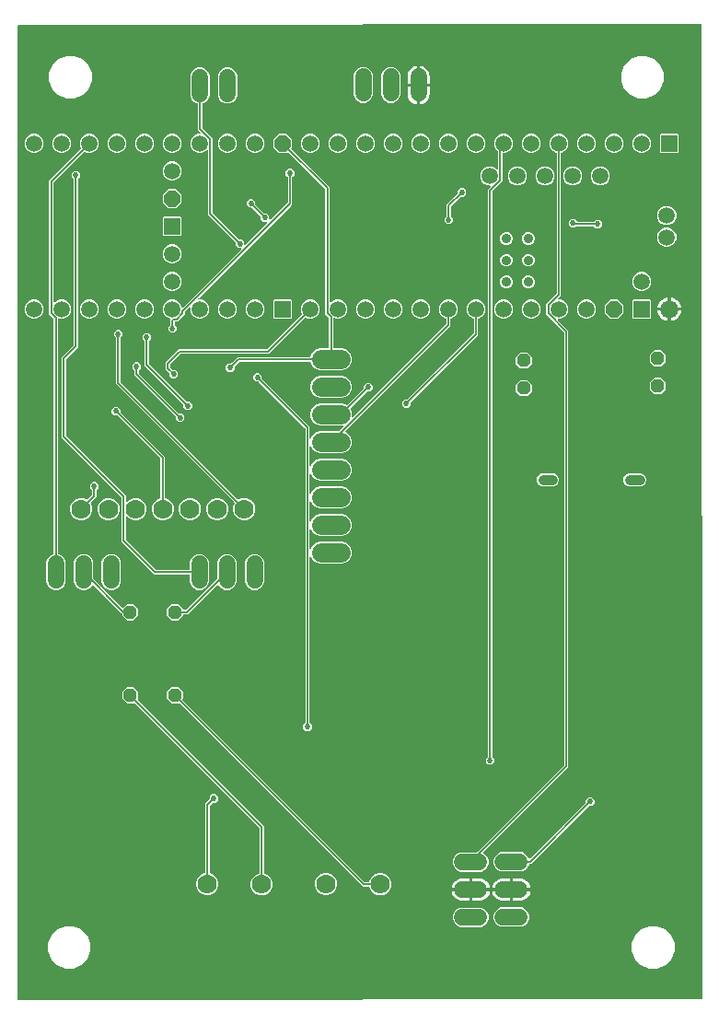
<source format=gtl>
G04 EAGLE Gerber RS-274X export*
G75*
%MOMM*%
%FSLAX34Y34*%
%LPD*%
%INTop Copper*%
%IPPOS*%
%AMOC8*
5,1,8,0,0,1.08239X$1,22.5*%
G01*
%ADD10C,1.524000*%
%ADD11C,1.778000*%
%ADD12C,1.778000*%
%ADD13P,1.319650X8X292.500000*%
%ADD14P,1.319650X8X112.500000*%
%ADD15C,0.900000*%
%ADD16R,1.500000X1.500000*%
%ADD17C,1.676400*%
%ADD18P,1.623585X8X292.500000*%
%ADD19C,1.500000*%
%ADD20C,0.900000*%
%ADD21C,0.525000*%
%ADD22C,0.152400*%

G36*
X564206Y2032D02*
X564206Y2032D01*
X564225Y2036D01*
X564245Y2033D01*
X564346Y2055D01*
X564448Y2072D01*
X564466Y2081D01*
X564485Y2086D01*
X564574Y2139D01*
X564666Y2187D01*
X564679Y2202D01*
X564697Y2212D01*
X564764Y2291D01*
X564835Y2366D01*
X564843Y2384D01*
X564856Y2399D01*
X564895Y2495D01*
X564939Y2589D01*
X564941Y2609D01*
X564948Y2627D01*
X564967Y2794D01*
X564817Y897834D01*
X564813Y897854D01*
X564816Y897874D01*
X564794Y897974D01*
X564777Y898076D01*
X564768Y898094D01*
X564763Y898114D01*
X564710Y898203D01*
X564662Y898294D01*
X564647Y898308D01*
X564637Y898325D01*
X564558Y898392D01*
X564483Y898463D01*
X564465Y898472D01*
X564450Y898485D01*
X564354Y898523D01*
X564260Y898567D01*
X564240Y898569D01*
X564222Y898576D01*
X564055Y898595D01*
X-63483Y898138D01*
X-63502Y898135D01*
X-63521Y898137D01*
X-63623Y898115D01*
X-63726Y898099D01*
X-63743Y898089D01*
X-63762Y898085D01*
X-63851Y898032D01*
X-63943Y897983D01*
X-63956Y897969D01*
X-63973Y897959D01*
X-64040Y897881D01*
X-64112Y897805D01*
X-64120Y897787D01*
X-64133Y897773D01*
X-64172Y897677D01*
X-64216Y897582D01*
X-64218Y897562D01*
X-64225Y897544D01*
X-64244Y897378D01*
X-64965Y2710D01*
X-64962Y2690D01*
X-64964Y2670D01*
X-64942Y2570D01*
X-64926Y2468D01*
X-64916Y2450D01*
X-64912Y2430D01*
X-64859Y2341D01*
X-64811Y2250D01*
X-64796Y2236D01*
X-64786Y2219D01*
X-64707Y2152D01*
X-64632Y2081D01*
X-64614Y2072D01*
X-64599Y2059D01*
X-64503Y2020D01*
X-64409Y1977D01*
X-64389Y1975D01*
X-64370Y1967D01*
X-64204Y1949D01*
X564206Y2032D01*
G37*
%LPC*%
G36*
X200386Y249104D02*
X200386Y249104D01*
X198104Y251386D01*
X198104Y254614D01*
X199744Y256254D01*
X199797Y256328D01*
X199857Y256397D01*
X199869Y256427D01*
X199888Y256453D01*
X199915Y256540D01*
X199949Y256625D01*
X199953Y256666D01*
X199960Y256689D01*
X199959Y256721D01*
X199967Y256792D01*
X199967Y526843D01*
X199953Y526933D01*
X199945Y527024D01*
X199933Y527053D01*
X199928Y527085D01*
X199885Y527166D01*
X199849Y527250D01*
X199823Y527282D01*
X199812Y527303D01*
X199789Y527325D01*
X199744Y527381D01*
X157244Y569881D01*
X157170Y569934D01*
X157101Y569994D01*
X157070Y570006D01*
X157044Y570025D01*
X156957Y570052D01*
X156872Y570086D01*
X156831Y570090D01*
X156809Y570097D01*
X156777Y570096D01*
X156706Y570104D01*
X154386Y570104D01*
X152104Y572386D01*
X152104Y575614D01*
X154386Y577896D01*
X157614Y577896D01*
X159896Y575614D01*
X159896Y573294D01*
X159910Y573204D01*
X159918Y573113D01*
X159930Y573084D01*
X159935Y573052D01*
X159978Y572971D01*
X160014Y572887D01*
X160040Y572855D01*
X160051Y572834D01*
X160074Y572812D01*
X160119Y572756D01*
X202619Y530256D01*
X204033Y528842D01*
X204033Y518860D01*
X204048Y518764D01*
X204058Y518667D01*
X204068Y518643D01*
X204072Y518617D01*
X204118Y518531D01*
X204158Y518442D01*
X204175Y518423D01*
X204188Y518400D01*
X204258Y518332D01*
X204324Y518261D01*
X204347Y518248D01*
X204366Y518230D01*
X204454Y518189D01*
X204540Y518142D01*
X204565Y518138D01*
X204589Y518127D01*
X204686Y518116D01*
X204782Y518099D01*
X204808Y518102D01*
X204833Y518099D01*
X204929Y518120D01*
X205025Y518134D01*
X205048Y518146D01*
X205074Y518152D01*
X205157Y518202D01*
X205244Y518246D01*
X205263Y518265D01*
X205285Y518278D01*
X205348Y518352D01*
X205416Y518421D01*
X205432Y518450D01*
X205445Y518465D01*
X205457Y518495D01*
X205497Y518568D01*
X206196Y520256D01*
X209054Y523114D01*
X212789Y524661D01*
X230671Y524661D01*
X230761Y524675D01*
X230852Y524683D01*
X230881Y524695D01*
X230913Y524700D01*
X230994Y524743D01*
X231078Y524779D01*
X231110Y524805D01*
X231131Y524816D01*
X231153Y524839D01*
X231209Y524884D01*
X234765Y528440D01*
X234807Y528498D01*
X234856Y528550D01*
X234878Y528597D01*
X234909Y528639D01*
X234930Y528708D01*
X234960Y528773D01*
X234966Y528825D01*
X234981Y528875D01*
X234979Y528946D01*
X234987Y529017D01*
X234976Y529068D01*
X234975Y529120D01*
X234950Y529188D01*
X234935Y529258D01*
X234908Y529303D01*
X234890Y529351D01*
X234845Y529407D01*
X234809Y529469D01*
X234769Y529503D01*
X234736Y529543D01*
X234676Y529582D01*
X234622Y529629D01*
X234573Y529648D01*
X234529Y529676D01*
X234460Y529694D01*
X234393Y529721D01*
X234322Y529729D01*
X234291Y529737D01*
X234268Y529735D01*
X234227Y529739D01*
X212789Y529739D01*
X209054Y531286D01*
X206196Y534144D01*
X204649Y537879D01*
X204649Y541921D01*
X206196Y545656D01*
X209054Y548514D01*
X212789Y550061D01*
X234611Y550061D01*
X238083Y548623D01*
X238197Y548596D01*
X238310Y548567D01*
X238317Y548568D01*
X238323Y548566D01*
X238439Y548577D01*
X238556Y548586D01*
X238561Y548589D01*
X238568Y548589D01*
X238675Y548637D01*
X238782Y548683D01*
X238788Y548687D01*
X238792Y548689D01*
X238806Y548702D01*
X238913Y548788D01*
X253881Y563756D01*
X253934Y563830D01*
X253994Y563899D01*
X254006Y563930D01*
X254025Y563956D01*
X254052Y564043D01*
X254086Y564128D01*
X254090Y564169D01*
X254097Y564191D01*
X254096Y564223D01*
X254104Y564294D01*
X254104Y566614D01*
X256386Y568896D01*
X259614Y568896D01*
X261896Y566614D01*
X261896Y563386D01*
X259614Y561104D01*
X257294Y561104D01*
X257204Y561090D01*
X257113Y561082D01*
X257084Y561070D01*
X257052Y561065D01*
X256971Y561022D01*
X256887Y560986D01*
X256855Y560960D01*
X256834Y560949D01*
X256812Y560926D01*
X256756Y560881D01*
X241659Y545784D01*
X241592Y545690D01*
X241521Y545596D01*
X241519Y545590D01*
X241516Y545585D01*
X241481Y545474D01*
X241445Y545362D01*
X241445Y545356D01*
X241443Y545350D01*
X241446Y545233D01*
X241447Y545116D01*
X241449Y545109D01*
X241450Y545104D01*
X241456Y545086D01*
X241494Y544955D01*
X242751Y541921D01*
X242751Y538263D01*
X242762Y538193D01*
X242764Y538121D01*
X242782Y538072D01*
X242790Y538021D01*
X242824Y537957D01*
X242849Y537890D01*
X242881Y537849D01*
X242906Y537803D01*
X242958Y537754D01*
X243002Y537698D01*
X243046Y537670D01*
X243084Y537634D01*
X243149Y537604D01*
X243209Y537565D01*
X243260Y537552D01*
X243307Y537530D01*
X243378Y537522D01*
X243448Y537505D01*
X243500Y537509D01*
X243551Y537503D01*
X243622Y537518D01*
X243693Y537524D01*
X243741Y537544D01*
X243792Y537555D01*
X243853Y537592D01*
X243919Y537620D01*
X243975Y537665D01*
X244003Y537681D01*
X244018Y537699D01*
X244050Y537725D01*
X329344Y623019D01*
X329397Y623093D01*
X329457Y623162D01*
X329469Y623193D01*
X329488Y623219D01*
X329515Y623306D01*
X329549Y623391D01*
X329553Y623432D01*
X329560Y623454D01*
X329559Y623486D01*
X329567Y623557D01*
X329567Y627640D01*
X329548Y627755D01*
X329531Y627871D01*
X329529Y627877D01*
X329528Y627883D01*
X329473Y627985D01*
X329420Y628090D01*
X329415Y628095D01*
X329412Y628100D01*
X329328Y628180D01*
X329244Y628262D01*
X329238Y628266D01*
X329234Y628269D01*
X329217Y628277D01*
X329097Y628343D01*
X326632Y629365D01*
X324165Y631832D01*
X322829Y635055D01*
X322829Y638545D01*
X324165Y641768D01*
X326632Y644235D01*
X329855Y645571D01*
X333345Y645571D01*
X336568Y644235D01*
X339035Y641768D01*
X340371Y638545D01*
X340371Y635055D01*
X339035Y631832D01*
X336568Y629365D01*
X334103Y628343D01*
X334003Y628282D01*
X333903Y628222D01*
X333899Y628217D01*
X333894Y628214D01*
X333819Y628124D01*
X333743Y628035D01*
X333741Y628029D01*
X333737Y628024D01*
X333695Y627916D01*
X333651Y627807D01*
X333650Y627799D01*
X333649Y627795D01*
X333648Y627776D01*
X333633Y627640D01*
X333633Y621558D01*
X236919Y524844D01*
X236892Y524807D01*
X236858Y524776D01*
X236821Y524707D01*
X236775Y524644D01*
X236762Y524601D01*
X236740Y524560D01*
X236726Y524484D01*
X236703Y524409D01*
X236704Y524363D01*
X236696Y524318D01*
X236707Y524241D01*
X236709Y524163D01*
X236725Y524120D01*
X236732Y524075D01*
X236767Y524006D01*
X236794Y523932D01*
X236822Y523897D01*
X236843Y523856D01*
X236899Y523801D01*
X236947Y523740D01*
X236986Y523716D01*
X237019Y523683D01*
X237139Y523617D01*
X237154Y523607D01*
X237159Y523606D01*
X237166Y523603D01*
X238346Y523114D01*
X241204Y520256D01*
X242751Y516521D01*
X242751Y512479D01*
X241204Y508744D01*
X238346Y505886D01*
X234611Y504339D01*
X212789Y504339D01*
X209054Y505886D01*
X206196Y508744D01*
X205497Y510432D01*
X205446Y510515D01*
X205400Y510600D01*
X205382Y510618D01*
X205368Y510641D01*
X205292Y510703D01*
X205222Y510770D01*
X205198Y510781D01*
X205178Y510798D01*
X205087Y510832D01*
X204999Y510873D01*
X204973Y510876D01*
X204949Y510886D01*
X204851Y510890D01*
X204755Y510901D01*
X204729Y510895D01*
X204703Y510896D01*
X204609Y510869D01*
X204514Y510848D01*
X204492Y510835D01*
X204467Y510828D01*
X204387Y510772D01*
X204303Y510722D01*
X204286Y510702D01*
X204265Y510687D01*
X204206Y510609D01*
X204143Y510535D01*
X204133Y510511D01*
X204118Y510490D01*
X204088Y510397D01*
X204051Y510307D01*
X204048Y510275D01*
X204042Y510256D01*
X204042Y510223D01*
X204033Y510140D01*
X204033Y493460D01*
X204048Y493364D01*
X204058Y493267D01*
X204068Y493243D01*
X204072Y493217D01*
X204118Y493131D01*
X204158Y493042D01*
X204175Y493023D01*
X204188Y493000D01*
X204258Y492932D01*
X204324Y492861D01*
X204347Y492848D01*
X204366Y492830D01*
X204454Y492789D01*
X204540Y492742D01*
X204565Y492738D01*
X204589Y492727D01*
X204686Y492716D01*
X204782Y492699D01*
X204808Y492702D01*
X204833Y492699D01*
X204929Y492720D01*
X205025Y492734D01*
X205048Y492746D01*
X205074Y492752D01*
X205157Y492802D01*
X205244Y492846D01*
X205263Y492865D01*
X205285Y492878D01*
X205348Y492952D01*
X205416Y493021D01*
X205432Y493050D01*
X205445Y493065D01*
X205457Y493095D01*
X205497Y493168D01*
X206196Y494856D01*
X209054Y497714D01*
X212789Y499261D01*
X234611Y499261D01*
X238346Y497714D01*
X241204Y494856D01*
X242751Y491121D01*
X242751Y487079D01*
X241204Y483344D01*
X238346Y480486D01*
X234611Y478939D01*
X212789Y478939D01*
X209054Y480486D01*
X206196Y483344D01*
X205497Y485032D01*
X205446Y485115D01*
X205400Y485200D01*
X205382Y485218D01*
X205368Y485241D01*
X205292Y485303D01*
X205222Y485370D01*
X205198Y485381D01*
X205178Y485398D01*
X205087Y485432D01*
X204999Y485473D01*
X204973Y485476D01*
X204949Y485486D01*
X204851Y485490D01*
X204755Y485501D01*
X204729Y485495D01*
X204703Y485496D01*
X204609Y485469D01*
X204514Y485448D01*
X204492Y485435D01*
X204467Y485428D01*
X204387Y485372D01*
X204303Y485322D01*
X204286Y485302D01*
X204265Y485287D01*
X204206Y485209D01*
X204143Y485135D01*
X204133Y485111D01*
X204118Y485090D01*
X204088Y484997D01*
X204051Y484907D01*
X204048Y484875D01*
X204042Y484856D01*
X204042Y484823D01*
X204033Y484740D01*
X204033Y468060D01*
X204048Y467964D01*
X204058Y467867D01*
X204068Y467843D01*
X204072Y467817D01*
X204118Y467731D01*
X204158Y467642D01*
X204175Y467623D01*
X204188Y467600D01*
X204258Y467532D01*
X204324Y467461D01*
X204347Y467448D01*
X204366Y467430D01*
X204454Y467389D01*
X204540Y467342D01*
X204565Y467338D01*
X204589Y467327D01*
X204686Y467316D01*
X204782Y467299D01*
X204808Y467302D01*
X204833Y467299D01*
X204929Y467320D01*
X205025Y467334D01*
X205048Y467346D01*
X205074Y467352D01*
X205157Y467402D01*
X205244Y467446D01*
X205263Y467465D01*
X205285Y467478D01*
X205348Y467552D01*
X205416Y467621D01*
X205432Y467650D01*
X205445Y467665D01*
X205457Y467695D01*
X205497Y467768D01*
X206196Y469456D01*
X209054Y472314D01*
X212789Y473861D01*
X234611Y473861D01*
X238346Y472314D01*
X241204Y469456D01*
X242751Y465721D01*
X242751Y461679D01*
X241204Y457944D01*
X238346Y455086D01*
X234611Y453539D01*
X212789Y453539D01*
X209054Y455086D01*
X206196Y457944D01*
X205497Y459632D01*
X205446Y459715D01*
X205400Y459800D01*
X205382Y459818D01*
X205368Y459841D01*
X205292Y459903D01*
X205222Y459970D01*
X205198Y459981D01*
X205178Y459998D01*
X205087Y460032D01*
X204999Y460073D01*
X204973Y460076D01*
X204949Y460086D01*
X204851Y460090D01*
X204755Y460101D01*
X204729Y460095D01*
X204703Y460096D01*
X204609Y460069D01*
X204514Y460048D01*
X204492Y460035D01*
X204467Y460028D01*
X204387Y459972D01*
X204303Y459922D01*
X204286Y459902D01*
X204265Y459887D01*
X204206Y459809D01*
X204143Y459735D01*
X204133Y459711D01*
X204118Y459690D01*
X204088Y459597D01*
X204051Y459507D01*
X204048Y459475D01*
X204042Y459456D01*
X204042Y459423D01*
X204033Y459340D01*
X204033Y442660D01*
X204048Y442564D01*
X204058Y442467D01*
X204068Y442443D01*
X204072Y442417D01*
X204118Y442331D01*
X204158Y442242D01*
X204175Y442223D01*
X204188Y442200D01*
X204258Y442132D01*
X204324Y442061D01*
X204347Y442048D01*
X204366Y442030D01*
X204454Y441989D01*
X204540Y441942D01*
X204565Y441938D01*
X204589Y441927D01*
X204686Y441916D01*
X204782Y441899D01*
X204808Y441902D01*
X204833Y441899D01*
X204929Y441920D01*
X205025Y441934D01*
X205048Y441946D01*
X205074Y441952D01*
X205157Y442002D01*
X205244Y442046D01*
X205263Y442065D01*
X205285Y442078D01*
X205348Y442152D01*
X205416Y442221D01*
X205432Y442250D01*
X205445Y442265D01*
X205457Y442295D01*
X205497Y442368D01*
X206196Y444056D01*
X209054Y446914D01*
X212789Y448461D01*
X234611Y448461D01*
X238346Y446914D01*
X241204Y444056D01*
X242751Y440321D01*
X242751Y436279D01*
X241204Y432544D01*
X238346Y429686D01*
X234611Y428139D01*
X212789Y428139D01*
X209054Y429686D01*
X206196Y432544D01*
X205497Y434232D01*
X205446Y434315D01*
X205400Y434400D01*
X205382Y434418D01*
X205368Y434441D01*
X205292Y434503D01*
X205222Y434570D01*
X205198Y434581D01*
X205178Y434598D01*
X205087Y434632D01*
X204999Y434673D01*
X204973Y434676D01*
X204949Y434686D01*
X204851Y434690D01*
X204755Y434701D01*
X204729Y434695D01*
X204703Y434696D01*
X204609Y434669D01*
X204514Y434648D01*
X204492Y434635D01*
X204467Y434628D01*
X204387Y434572D01*
X204303Y434522D01*
X204286Y434502D01*
X204265Y434487D01*
X204206Y434409D01*
X204143Y434335D01*
X204133Y434311D01*
X204118Y434290D01*
X204088Y434197D01*
X204051Y434107D01*
X204048Y434075D01*
X204042Y434056D01*
X204042Y434023D01*
X204033Y433940D01*
X204033Y417260D01*
X204048Y417164D01*
X204058Y417067D01*
X204068Y417043D01*
X204072Y417017D01*
X204118Y416931D01*
X204158Y416842D01*
X204175Y416823D01*
X204188Y416800D01*
X204258Y416732D01*
X204324Y416661D01*
X204347Y416648D01*
X204366Y416630D01*
X204454Y416589D01*
X204540Y416542D01*
X204565Y416538D01*
X204589Y416527D01*
X204686Y416516D01*
X204782Y416499D01*
X204808Y416502D01*
X204833Y416499D01*
X204929Y416520D01*
X205025Y416534D01*
X205048Y416546D01*
X205074Y416552D01*
X205157Y416602D01*
X205244Y416646D01*
X205263Y416665D01*
X205285Y416678D01*
X205348Y416752D01*
X205416Y416821D01*
X205432Y416850D01*
X205445Y416865D01*
X205457Y416895D01*
X205497Y416968D01*
X206196Y418656D01*
X209054Y421514D01*
X212789Y423061D01*
X234611Y423061D01*
X238346Y421514D01*
X241204Y418656D01*
X242751Y414921D01*
X242751Y410879D01*
X241204Y407144D01*
X238346Y404286D01*
X234611Y402739D01*
X212789Y402739D01*
X209054Y404286D01*
X206196Y407144D01*
X205497Y408832D01*
X205446Y408915D01*
X205400Y409000D01*
X205382Y409018D01*
X205368Y409041D01*
X205292Y409103D01*
X205222Y409170D01*
X205198Y409181D01*
X205178Y409198D01*
X205087Y409232D01*
X204999Y409273D01*
X204973Y409276D01*
X204949Y409286D01*
X204851Y409290D01*
X204755Y409301D01*
X204729Y409295D01*
X204703Y409296D01*
X204609Y409269D01*
X204514Y409248D01*
X204492Y409235D01*
X204467Y409228D01*
X204387Y409172D01*
X204303Y409122D01*
X204286Y409102D01*
X204265Y409087D01*
X204206Y409009D01*
X204143Y408935D01*
X204133Y408911D01*
X204118Y408890D01*
X204088Y408797D01*
X204051Y408707D01*
X204048Y408675D01*
X204042Y408656D01*
X204042Y408623D01*
X204033Y408540D01*
X204033Y256792D01*
X204047Y256702D01*
X204055Y256611D01*
X204067Y256581D01*
X204072Y256549D01*
X204115Y256469D01*
X204151Y256385D01*
X204177Y256353D01*
X204188Y256332D01*
X204211Y256310D01*
X204256Y256254D01*
X205896Y254614D01*
X205896Y251386D01*
X203614Y249104D01*
X200386Y249104D01*
G37*
%LPD*%
%LPC*%
G36*
X342912Y119609D02*
X342912Y119609D01*
X339644Y120963D01*
X337143Y123464D01*
X335789Y126732D01*
X335789Y130268D01*
X337143Y133536D01*
X339644Y136037D01*
X342912Y137391D01*
X358001Y137391D01*
X358091Y137405D01*
X358182Y137413D01*
X358211Y137425D01*
X358243Y137430D01*
X358324Y137473D01*
X358408Y137509D01*
X358440Y137535D01*
X358461Y137546D01*
X358483Y137569D01*
X358539Y137614D01*
X437776Y216851D01*
X437819Y216911D01*
X437860Y216954D01*
X437868Y216970D01*
X437889Y216994D01*
X437901Y217025D01*
X437920Y217051D01*
X437947Y217138D01*
X437952Y217152D01*
X437964Y217177D01*
X437965Y217183D01*
X437981Y217223D01*
X437985Y217264D01*
X437992Y217286D01*
X437991Y217318D01*
X437999Y217389D01*
X437999Y615330D01*
X437985Y615420D01*
X437977Y615511D01*
X437965Y615541D01*
X437960Y615573D01*
X437917Y615654D01*
X437881Y615738D01*
X437855Y615770D01*
X437844Y615790D01*
X437821Y615813D01*
X437776Y615869D01*
X421635Y632010D01*
X421635Y641590D01*
X430944Y650899D01*
X430997Y650973D01*
X431057Y651043D01*
X431069Y651073D01*
X431088Y651099D01*
X431115Y651186D01*
X431149Y651271D01*
X431153Y651312D01*
X431160Y651334D01*
X431159Y651366D01*
X431167Y651438D01*
X431167Y780040D01*
X431148Y780155D01*
X431131Y780271D01*
X431129Y780277D01*
X431128Y780283D01*
X431073Y780385D01*
X431020Y780490D01*
X431015Y780495D01*
X431012Y780500D01*
X430928Y780580D01*
X430844Y780662D01*
X430838Y780666D01*
X430834Y780669D01*
X430817Y780677D01*
X430697Y780743D01*
X428232Y781765D01*
X425765Y784232D01*
X424429Y787455D01*
X424429Y790945D01*
X425765Y794168D01*
X428232Y796635D01*
X431455Y797971D01*
X434945Y797971D01*
X438168Y796635D01*
X440635Y794168D01*
X441971Y790945D01*
X441971Y787455D01*
X440635Y784232D01*
X438168Y781765D01*
X435703Y780743D01*
X435603Y780682D01*
X435503Y780622D01*
X435499Y780617D01*
X435494Y780614D01*
X435419Y780524D01*
X435343Y780435D01*
X435341Y780429D01*
X435337Y780424D01*
X435295Y780316D01*
X435251Y780207D01*
X435250Y780199D01*
X435249Y780195D01*
X435248Y780176D01*
X435233Y780040D01*
X435233Y649438D01*
X432665Y646870D01*
X432623Y646812D01*
X432573Y646760D01*
X432552Y646713D01*
X432521Y646671D01*
X432500Y646602D01*
X432470Y646537D01*
X432464Y646485D01*
X432449Y646435D01*
X432451Y646364D01*
X432443Y646293D01*
X432454Y646242D01*
X432455Y646190D01*
X432480Y646122D01*
X432495Y646052D01*
X432522Y646007D01*
X432540Y645959D01*
X432584Y645903D01*
X432621Y645841D01*
X432661Y645807D01*
X432693Y645767D01*
X432754Y645728D01*
X432808Y645681D01*
X432856Y645662D01*
X432900Y645634D01*
X432970Y645616D01*
X433036Y645589D01*
X433108Y645581D01*
X433139Y645573D01*
X433162Y645575D01*
X433203Y645571D01*
X434945Y645571D01*
X438168Y644235D01*
X440635Y641768D01*
X441971Y638545D01*
X441971Y635055D01*
X440635Y631832D01*
X438168Y629365D01*
X434945Y628029D01*
X433203Y628029D01*
X433132Y628018D01*
X433061Y628016D01*
X433012Y627998D01*
X432960Y627990D01*
X432897Y627956D01*
X432830Y627931D01*
X432789Y627899D01*
X432743Y627874D01*
X432693Y627822D01*
X432637Y627778D01*
X432609Y627734D01*
X432573Y627696D01*
X432543Y627631D01*
X432504Y627571D01*
X432492Y627520D01*
X432470Y627473D01*
X432462Y627402D01*
X432444Y627332D01*
X432448Y627280D01*
X432443Y627229D01*
X432458Y627158D01*
X432464Y627087D01*
X432484Y627039D01*
X432495Y626988D01*
X432532Y626927D01*
X432560Y626861D01*
X432605Y626805D01*
X432621Y626777D01*
X432639Y626762D01*
X432665Y626730D01*
X442065Y617330D01*
X442065Y215390D01*
X364175Y137500D01*
X364148Y137463D01*
X364114Y137432D01*
X364077Y137363D01*
X364031Y137300D01*
X364018Y137257D01*
X363996Y137216D01*
X363982Y137140D01*
X363959Y137065D01*
X363960Y137019D01*
X363952Y136974D01*
X363963Y136897D01*
X363965Y136819D01*
X363981Y136776D01*
X363988Y136731D01*
X364023Y136662D01*
X364050Y136588D01*
X364078Y136553D01*
X364099Y136512D01*
X364155Y136457D01*
X364203Y136396D01*
X364242Y136372D01*
X364275Y136339D01*
X364395Y136273D01*
X364410Y136263D01*
X364415Y136262D01*
X364422Y136259D01*
X364956Y136037D01*
X367457Y133536D01*
X368811Y130268D01*
X368811Y126732D01*
X367457Y123464D01*
X364956Y120963D01*
X361688Y119609D01*
X342912Y119609D01*
G37*
%LPD*%
%LPC*%
G36*
X76386Y615104D02*
X76386Y615104D01*
X74104Y617386D01*
X74104Y620614D01*
X75744Y622254D01*
X75797Y622328D01*
X75857Y622397D01*
X75869Y622427D01*
X75888Y622453D01*
X75915Y622540D01*
X75949Y622625D01*
X75953Y622666D01*
X75960Y622689D01*
X75959Y622721D01*
X75967Y622792D01*
X75967Y626842D01*
X75968Y626843D01*
X75995Y626880D01*
X76029Y626912D01*
X76067Y626980D01*
X76112Y627043D01*
X76125Y627087D01*
X76148Y627127D01*
X76161Y627204D01*
X76184Y627278D01*
X76183Y627324D01*
X76191Y627369D01*
X76180Y627446D01*
X76178Y627524D01*
X76162Y627567D01*
X76156Y627612D01*
X76120Y627682D01*
X76094Y627755D01*
X76065Y627791D01*
X76044Y627832D01*
X75988Y627886D01*
X75940Y627947D01*
X75901Y627972D01*
X75868Y628004D01*
X75748Y628070D01*
X75733Y628080D01*
X75728Y628081D01*
X75721Y628085D01*
X72632Y629365D01*
X70165Y631832D01*
X68829Y635055D01*
X68829Y638545D01*
X70165Y641768D01*
X72632Y644235D01*
X75855Y645571D01*
X79345Y645571D01*
X82568Y644235D01*
X85035Y641768D01*
X86315Y638679D01*
X86339Y638640D01*
X86355Y638596D01*
X86404Y638536D01*
X86445Y638469D01*
X86480Y638440D01*
X86509Y638404D01*
X86574Y638362D01*
X86634Y638313D01*
X86677Y638296D01*
X86716Y638271D01*
X86791Y638252D01*
X86864Y638224D01*
X86910Y638223D01*
X86954Y638211D01*
X87032Y638217D01*
X87110Y638214D01*
X87154Y638227D01*
X87200Y638230D01*
X87271Y638261D01*
X87346Y638283D01*
X87384Y638309D01*
X87426Y638327D01*
X87533Y638412D01*
X87548Y638423D01*
X87551Y638427D01*
X87557Y638432D01*
X140930Y691805D01*
X140972Y691863D01*
X141021Y691915D01*
X141043Y691962D01*
X141074Y692004D01*
X141095Y692073D01*
X141125Y692138D01*
X141131Y692190D01*
X141146Y692240D01*
X141144Y692311D01*
X141152Y692382D01*
X141141Y692433D01*
X141140Y692485D01*
X141115Y692553D01*
X141100Y692623D01*
X141073Y692667D01*
X141055Y692716D01*
X141010Y692772D01*
X140974Y692834D01*
X140934Y692868D01*
X140901Y692908D01*
X140841Y692947D01*
X140787Y692994D01*
X140738Y693013D01*
X140694Y693041D01*
X140625Y693059D01*
X140558Y693086D01*
X140487Y693094D01*
X140456Y693102D01*
X140433Y693100D01*
X140392Y693104D01*
X138386Y693104D01*
X136104Y695386D01*
X136104Y697706D01*
X136090Y697796D01*
X136082Y697887D01*
X136070Y697916D01*
X136065Y697948D01*
X136022Y698029D01*
X135986Y698113D01*
X135960Y698145D01*
X135949Y698166D01*
X135926Y698188D01*
X135901Y698219D01*
X135899Y698222D01*
X135898Y698223D01*
X135881Y698244D01*
X110499Y723626D01*
X110499Y782458D01*
X110488Y782528D01*
X110486Y782600D01*
X110468Y782649D01*
X110460Y782701D01*
X110426Y782764D01*
X110401Y782831D01*
X110369Y782872D01*
X110344Y782918D01*
X110292Y782967D01*
X110248Y783023D01*
X110204Y783051D01*
X110166Y783087D01*
X110101Y783117D01*
X110041Y783156D01*
X109990Y783169D01*
X109943Y783191D01*
X109872Y783199D01*
X109802Y783216D01*
X109750Y783212D01*
X109699Y783218D01*
X109628Y783203D01*
X109557Y783197D01*
X109509Y783177D01*
X109458Y783166D01*
X109397Y783129D01*
X109331Y783101D01*
X109275Y783056D01*
X109247Y783040D01*
X109232Y783022D01*
X109200Y782996D01*
X107968Y781765D01*
X104745Y780429D01*
X101255Y780429D01*
X98032Y781765D01*
X95565Y784232D01*
X94229Y787455D01*
X94229Y790945D01*
X95565Y794168D01*
X98032Y796635D01*
X101255Y797971D01*
X102997Y797971D01*
X103068Y797982D01*
X103139Y797984D01*
X103188Y798002D01*
X103240Y798010D01*
X103303Y798044D01*
X103370Y798069D01*
X103411Y798101D01*
X103457Y798126D01*
X103507Y798178D01*
X103563Y798222D01*
X103591Y798266D01*
X103627Y798304D01*
X103657Y798369D01*
X103696Y798429D01*
X103708Y798480D01*
X103730Y798527D01*
X103738Y798598D01*
X103756Y798668D01*
X103752Y798720D01*
X103757Y798771D01*
X103742Y798842D01*
X103736Y798913D01*
X103716Y798961D01*
X103705Y799012D01*
X103668Y799073D01*
X103640Y799139D01*
X103595Y799195D01*
X103579Y799223D01*
X103561Y799238D01*
X103535Y799270D01*
X101267Y801538D01*
X101267Y825490D01*
X101248Y825605D01*
X101231Y825721D01*
X101229Y825727D01*
X101228Y825733D01*
X101173Y825835D01*
X101120Y825940D01*
X101115Y825945D01*
X101112Y825950D01*
X101028Y826030D01*
X100944Y826113D01*
X100938Y826116D01*
X100934Y826120D01*
X100917Y826127D01*
X100797Y826193D01*
X98264Y827243D01*
X95763Y829744D01*
X94409Y833012D01*
X94409Y851788D01*
X95763Y855056D01*
X98264Y857557D01*
X101532Y858911D01*
X105068Y858911D01*
X108336Y857557D01*
X110837Y855056D01*
X112191Y851788D01*
X112191Y833012D01*
X110837Y829744D01*
X108336Y827243D01*
X105803Y826193D01*
X105703Y826132D01*
X105603Y826072D01*
X105599Y826067D01*
X105594Y826064D01*
X105519Y825974D01*
X105443Y825885D01*
X105441Y825879D01*
X105437Y825874D01*
X105395Y825766D01*
X105351Y825657D01*
X105350Y825649D01*
X105349Y825645D01*
X105348Y825626D01*
X105333Y825490D01*
X105333Y803538D01*
X105335Y803521D01*
X105334Y803505D01*
X105348Y803439D01*
X105355Y803357D01*
X105367Y803327D01*
X105372Y803295D01*
X105384Y803272D01*
X105386Y803265D01*
X105406Y803231D01*
X105415Y803214D01*
X105451Y803130D01*
X105477Y803098D01*
X105488Y803078D01*
X105511Y803055D01*
X105556Y802999D01*
X114565Y793990D01*
X114565Y725625D01*
X114579Y725535D01*
X114587Y725444D01*
X114599Y725415D01*
X114604Y725383D01*
X114647Y725302D01*
X114683Y725218D01*
X114709Y725186D01*
X114720Y725165D01*
X114743Y725143D01*
X114788Y725087D01*
X138756Y701119D01*
X138830Y701066D01*
X138899Y701006D01*
X138930Y700994D01*
X138956Y700975D01*
X139043Y700948D01*
X139128Y700914D01*
X139169Y700910D01*
X139191Y700903D01*
X139223Y700904D01*
X139294Y700896D01*
X141614Y700896D01*
X143896Y698614D01*
X143896Y696608D01*
X143907Y696538D01*
X143909Y696466D01*
X143927Y696417D01*
X143935Y696366D01*
X143969Y696302D01*
X143994Y696235D01*
X144026Y696194D01*
X144051Y696148D01*
X144102Y696099D01*
X144147Y696043D01*
X144191Y696015D01*
X144229Y695979D01*
X144294Y695949D01*
X144354Y695910D01*
X144405Y695897D01*
X144452Y695875D01*
X144523Y695867D01*
X144593Y695850D01*
X144645Y695854D01*
X144696Y695848D01*
X144767Y695863D01*
X144838Y695869D01*
X144886Y695889D01*
X144937Y695900D01*
X144998Y695937D01*
X145064Y695965D01*
X145120Y696010D01*
X145148Y696026D01*
X145163Y696044D01*
X145195Y696070D01*
X164930Y715805D01*
X164972Y715863D01*
X165021Y715915D01*
X165043Y715962D01*
X165074Y716004D01*
X165095Y716073D01*
X165125Y716138D01*
X165131Y716190D01*
X165146Y716240D01*
X165144Y716311D01*
X165152Y716382D01*
X165141Y716433D01*
X165140Y716485D01*
X165115Y716553D01*
X165100Y716623D01*
X165073Y716667D01*
X165055Y716716D01*
X165010Y716772D01*
X164974Y716834D01*
X164934Y716868D01*
X164901Y716908D01*
X164841Y716947D01*
X164787Y716994D01*
X164738Y717013D01*
X164694Y717041D01*
X164625Y717059D01*
X164558Y717086D01*
X164487Y717094D01*
X164456Y717102D01*
X164433Y717100D01*
X164392Y717104D01*
X161386Y717104D01*
X159104Y719386D01*
X159104Y721706D01*
X159090Y721796D01*
X159082Y721887D01*
X159070Y721916D01*
X159065Y721948D01*
X159022Y722029D01*
X158986Y722113D01*
X158960Y722145D01*
X158949Y722166D01*
X158926Y722188D01*
X158881Y722244D01*
X151244Y729881D01*
X151170Y729934D01*
X151101Y729994D01*
X151070Y730006D01*
X151044Y730025D01*
X150957Y730052D01*
X150872Y730086D01*
X150831Y730090D01*
X150809Y730097D01*
X150777Y730096D01*
X150706Y730104D01*
X148386Y730104D01*
X146104Y732386D01*
X146104Y735614D01*
X148386Y737896D01*
X151614Y737896D01*
X153896Y735614D01*
X153896Y733294D01*
X153910Y733204D01*
X153918Y733113D01*
X153930Y733084D01*
X153935Y733052D01*
X153978Y732971D01*
X154014Y732887D01*
X154040Y732855D01*
X154051Y732834D01*
X154074Y732812D01*
X154119Y732756D01*
X161756Y725119D01*
X161830Y725066D01*
X161899Y725006D01*
X161930Y724994D01*
X161956Y724975D01*
X162043Y724948D01*
X162128Y724914D01*
X162169Y724910D01*
X162191Y724903D01*
X162223Y724904D01*
X162294Y724896D01*
X164614Y724896D01*
X166896Y722614D01*
X166896Y719608D01*
X166907Y719538D01*
X166909Y719466D01*
X166927Y719417D01*
X166935Y719366D01*
X166969Y719302D01*
X166994Y719235D01*
X167026Y719194D01*
X167051Y719148D01*
X167102Y719099D01*
X167147Y719043D01*
X167191Y719015D01*
X167229Y718979D01*
X167294Y718949D01*
X167354Y718910D01*
X167405Y718897D01*
X167452Y718875D01*
X167523Y718867D01*
X167593Y718850D01*
X167645Y718854D01*
X167696Y718848D01*
X167767Y718863D01*
X167838Y718869D01*
X167886Y718889D01*
X167937Y718900D01*
X167998Y718937D01*
X168064Y718965D01*
X168120Y719010D01*
X168148Y719026D01*
X168163Y719044D01*
X168195Y719070D01*
X183744Y734619D01*
X183797Y734693D01*
X183857Y734762D01*
X183869Y734793D01*
X183888Y734819D01*
X183915Y734906D01*
X183949Y734991D01*
X183953Y735032D01*
X183960Y735054D01*
X183959Y735086D01*
X183967Y735157D01*
X183967Y758208D01*
X183953Y758298D01*
X183945Y758389D01*
X183933Y758419D01*
X183928Y758451D01*
X183885Y758531D01*
X183849Y758615D01*
X183823Y758647D01*
X183812Y758668D01*
X183789Y758690D01*
X183744Y758746D01*
X182104Y760386D01*
X182104Y763614D01*
X184386Y765896D01*
X187614Y765896D01*
X189896Y763614D01*
X189896Y760386D01*
X188256Y758746D01*
X188203Y758672D01*
X188143Y758603D01*
X188131Y758573D01*
X188112Y758547D01*
X188085Y758460D01*
X188051Y758375D01*
X188047Y758334D01*
X188040Y758311D01*
X188041Y758279D01*
X188033Y758208D01*
X188033Y733158D01*
X186619Y731744D01*
X101745Y646870D01*
X101703Y646812D01*
X101654Y646760D01*
X101632Y646713D01*
X101601Y646671D01*
X101580Y646602D01*
X101550Y646537D01*
X101544Y646485D01*
X101529Y646435D01*
X101531Y646364D01*
X101523Y646293D01*
X101534Y646242D01*
X101535Y646190D01*
X101560Y646122D01*
X101575Y646052D01*
X101602Y646008D01*
X101620Y645959D01*
X101665Y645903D01*
X101701Y645841D01*
X101741Y645807D01*
X101774Y645767D01*
X101834Y645728D01*
X101888Y645681D01*
X101937Y645662D01*
X101981Y645634D01*
X102050Y645616D01*
X102117Y645589D01*
X102188Y645581D01*
X102219Y645573D01*
X102242Y645575D01*
X102283Y645571D01*
X104745Y645571D01*
X107968Y644235D01*
X110435Y641768D01*
X111771Y638545D01*
X111771Y635055D01*
X110435Y631832D01*
X107968Y629365D01*
X104745Y628029D01*
X101255Y628029D01*
X98032Y629365D01*
X95565Y631832D01*
X94229Y635055D01*
X94229Y637517D01*
X94218Y637587D01*
X94216Y637659D01*
X94198Y637708D01*
X94190Y637759D01*
X94156Y637823D01*
X94131Y637890D01*
X94099Y637931D01*
X94074Y637977D01*
X94023Y638026D01*
X93978Y638082D01*
X93934Y638110D01*
X93896Y638146D01*
X93831Y638176D01*
X93771Y638215D01*
X93720Y638228D01*
X93673Y638250D01*
X93602Y638258D01*
X93532Y638275D01*
X93480Y638271D01*
X93429Y638277D01*
X93358Y638262D01*
X93287Y638256D01*
X93239Y638236D01*
X93188Y638225D01*
X93127Y638188D01*
X93061Y638160D01*
X93005Y638115D01*
X92977Y638099D01*
X92962Y638081D01*
X92930Y638055D01*
X89388Y634513D01*
X89335Y634439D01*
X89275Y634370D01*
X89263Y634339D01*
X89244Y634313D01*
X89217Y634226D01*
X89183Y634141D01*
X89179Y634100D01*
X89172Y634078D01*
X89173Y634046D01*
X89165Y633975D01*
X89165Y632010D01*
X82390Y625235D01*
X80794Y625235D01*
X80774Y625232D01*
X80755Y625234D01*
X80653Y625212D01*
X80551Y625196D01*
X80534Y625186D01*
X80514Y625182D01*
X80425Y625129D01*
X80334Y625080D01*
X80320Y625066D01*
X80303Y625056D01*
X80236Y624977D01*
X80164Y624902D01*
X80156Y624884D01*
X80143Y624869D01*
X80104Y624773D01*
X80061Y624679D01*
X80059Y624659D01*
X80051Y624641D01*
X80033Y624474D01*
X80033Y622792D01*
X80047Y622702D01*
X80055Y622611D01*
X80067Y622581D01*
X80072Y622549D01*
X80115Y622469D01*
X80151Y622385D01*
X80177Y622353D01*
X80188Y622332D01*
X80211Y622310D01*
X80256Y622254D01*
X81896Y620614D01*
X81896Y617386D01*
X79614Y615104D01*
X76386Y615104D01*
G37*
%LPD*%
%LPC*%
G36*
X368386Y218104D02*
X368386Y218104D01*
X366104Y220386D01*
X366104Y223614D01*
X367744Y225254D01*
X367792Y225320D01*
X367800Y225328D01*
X367802Y225333D01*
X367857Y225397D01*
X367869Y225427D01*
X367888Y225453D01*
X367915Y225540D01*
X367949Y225625D01*
X367953Y225666D01*
X367960Y225689D01*
X367959Y225721D01*
X367967Y225792D01*
X367967Y746862D01*
X370235Y749130D01*
X370277Y749188D01*
X370327Y749240D01*
X370348Y749287D01*
X370379Y749329D01*
X370400Y749398D01*
X370430Y749463D01*
X370436Y749515D01*
X370451Y749565D01*
X370449Y749636D01*
X370457Y749707D01*
X370446Y749758D01*
X370445Y749810D01*
X370420Y749878D01*
X370405Y749948D01*
X370378Y749993D01*
X370360Y750041D01*
X370316Y750097D01*
X370279Y750159D01*
X370239Y750193D01*
X370207Y750233D01*
X370146Y750272D01*
X370092Y750319D01*
X370044Y750338D01*
X370000Y750366D01*
X369930Y750384D01*
X369864Y750411D01*
X369792Y750419D01*
X369761Y750427D01*
X369738Y750425D01*
X369697Y750429D01*
X367955Y750429D01*
X364732Y751765D01*
X362265Y754232D01*
X360929Y757455D01*
X360929Y760945D01*
X362265Y764168D01*
X364732Y766635D01*
X367955Y767971D01*
X371445Y767971D01*
X374668Y766635D01*
X375900Y765404D01*
X375958Y765362D01*
X376010Y765313D01*
X376057Y765291D01*
X376099Y765260D01*
X376168Y765239D01*
X376233Y765209D01*
X376285Y765203D01*
X376335Y765188D01*
X376406Y765190D01*
X376477Y765182D01*
X376528Y765193D01*
X376580Y765194D01*
X376648Y765219D01*
X376718Y765234D01*
X376763Y765261D01*
X376811Y765279D01*
X376867Y765324D01*
X376929Y765360D01*
X376963Y765400D01*
X377003Y765433D01*
X377042Y765493D01*
X377089Y765547D01*
X377108Y765596D01*
X377136Y765639D01*
X377154Y765709D01*
X377181Y765776D01*
X377189Y765847D01*
X377197Y765878D01*
X377195Y765901D01*
X377199Y765942D01*
X377199Y781682D01*
X377185Y781772D01*
X377177Y781863D01*
X377165Y781892D01*
X377160Y781924D01*
X377117Y782005D01*
X377081Y782089D01*
X377055Y782121D01*
X377044Y782142D01*
X377021Y782164D01*
X376976Y782220D01*
X374965Y784232D01*
X373629Y787455D01*
X373629Y790945D01*
X374965Y794168D01*
X377432Y796635D01*
X380655Y797971D01*
X384145Y797971D01*
X387368Y796635D01*
X389835Y794168D01*
X391171Y790945D01*
X391171Y787455D01*
X389835Y784232D01*
X387368Y781765D01*
X384145Y780429D01*
X382026Y780429D01*
X382006Y780426D01*
X381987Y780428D01*
X381885Y780406D01*
X381783Y780390D01*
X381766Y780380D01*
X381746Y780376D01*
X381657Y780323D01*
X381566Y780274D01*
X381552Y780260D01*
X381535Y780250D01*
X381468Y780171D01*
X381396Y780096D01*
X381388Y780078D01*
X381375Y780063D01*
X381336Y779967D01*
X381293Y779873D01*
X381291Y779853D01*
X381283Y779835D01*
X381265Y779668D01*
X381265Y754410D01*
X372256Y745401D01*
X372203Y745327D01*
X372143Y745257D01*
X372131Y745227D01*
X372112Y745201D01*
X372085Y745114D01*
X372051Y745029D01*
X372047Y744988D01*
X372040Y744966D01*
X372041Y744934D01*
X372033Y744862D01*
X372033Y225792D01*
X372047Y225702D01*
X372055Y225611D01*
X372067Y225581D01*
X372072Y225549D01*
X372115Y225469D01*
X372151Y225385D01*
X372177Y225353D01*
X372188Y225332D01*
X372211Y225310D01*
X372256Y225254D01*
X373896Y223614D01*
X373896Y220386D01*
X371614Y218104D01*
X368386Y218104D01*
G37*
%LPD*%
%LPC*%
G36*
X100832Y378589D02*
X100832Y378589D01*
X97564Y379943D01*
X95063Y382444D01*
X93709Y385712D01*
X93709Y392306D01*
X93706Y392326D01*
X93708Y392345D01*
X93686Y392447D01*
X93670Y392549D01*
X93660Y392566D01*
X93656Y392586D01*
X93603Y392675D01*
X93554Y392766D01*
X93540Y392780D01*
X93530Y392797D01*
X93451Y392864D01*
X93376Y392936D01*
X93358Y392944D01*
X93343Y392957D01*
X93247Y392996D01*
X93153Y393039D01*
X93133Y393041D01*
X93115Y393049D01*
X92948Y393067D01*
X61058Y393067D01*
X30967Y423158D01*
X30967Y424901D01*
X30993Y424984D01*
X31027Y425069D01*
X31031Y425110D01*
X31038Y425132D01*
X31037Y425164D01*
X31045Y425235D01*
X31045Y463465D01*
X31031Y463555D01*
X31023Y463646D01*
X31011Y463675D01*
X31006Y463707D01*
X30963Y463788D01*
X30927Y463872D01*
X30901Y463904D01*
X30890Y463925D01*
X30867Y463947D01*
X30822Y464003D01*
X-23955Y518780D01*
X-23955Y592366D01*
X-13256Y603065D01*
X-13203Y603139D01*
X-13143Y603209D01*
X-13131Y603239D01*
X-13112Y603265D01*
X-13085Y603352D01*
X-13051Y603437D01*
X-13047Y603478D01*
X-13040Y603500D01*
X-13041Y603532D01*
X-13033Y603603D01*
X-13033Y756208D01*
X-13047Y756298D01*
X-13055Y756389D01*
X-13067Y756419D01*
X-13072Y756451D01*
X-13115Y756531D01*
X-13151Y756615D01*
X-13177Y756647D01*
X-13188Y756668D01*
X-13211Y756690D01*
X-13256Y756746D01*
X-14896Y758386D01*
X-14896Y761614D01*
X-12614Y763896D01*
X-9386Y763896D01*
X-7104Y761614D01*
X-7104Y758386D01*
X-8744Y756746D01*
X-8797Y756672D01*
X-8857Y756603D01*
X-8869Y756573D01*
X-8888Y756547D01*
X-8915Y756460D01*
X-8949Y756375D01*
X-8953Y756334D01*
X-8960Y756311D01*
X-8959Y756279D01*
X-8967Y756208D01*
X-8967Y601604D01*
X-19666Y590905D01*
X-19712Y590841D01*
X-19730Y590823D01*
X-19733Y590815D01*
X-19779Y590762D01*
X-19791Y590731D01*
X-19810Y590705D01*
X-19837Y590618D01*
X-19871Y590533D01*
X-19875Y590493D01*
X-19882Y590470D01*
X-19881Y590438D01*
X-19889Y590367D01*
X-19889Y520779D01*
X-19875Y520689D01*
X-19867Y520598D01*
X-19855Y520569D01*
X-19850Y520537D01*
X-19807Y520456D01*
X-19771Y520372D01*
X-19745Y520340D01*
X-19734Y520319D01*
X-19711Y520297D01*
X-19666Y520241D01*
X33697Y466878D01*
X35111Y465464D01*
X35111Y460318D01*
X35122Y460247D01*
X35124Y460176D01*
X35142Y460127D01*
X35150Y460075D01*
X35184Y460012D01*
X35209Y459945D01*
X35241Y459904D01*
X35266Y459858D01*
X35318Y459809D01*
X35362Y459753D01*
X35406Y459724D01*
X35444Y459688D01*
X35509Y459658D01*
X35569Y459620D01*
X35620Y459607D01*
X35667Y459585D01*
X35738Y459577D01*
X35808Y459559D01*
X35860Y459564D01*
X35911Y459558D01*
X35982Y459573D01*
X36053Y459579D01*
X36101Y459599D01*
X36152Y459610D01*
X36213Y459647D01*
X36279Y459675D01*
X36335Y459720D01*
X36363Y459736D01*
X36378Y459754D01*
X36410Y459780D01*
X38244Y461614D01*
X41979Y463161D01*
X46021Y463161D01*
X49756Y461614D01*
X52614Y458756D01*
X54161Y455021D01*
X54161Y450979D01*
X52614Y447244D01*
X49756Y444386D01*
X46021Y442839D01*
X41979Y442839D01*
X38244Y444386D01*
X36410Y446220D01*
X36352Y446262D01*
X36300Y446312D01*
X36253Y446333D01*
X36211Y446364D01*
X36142Y446385D01*
X36077Y446415D01*
X36025Y446421D01*
X35975Y446436D01*
X35904Y446434D01*
X35833Y446442D01*
X35782Y446431D01*
X35730Y446430D01*
X35662Y446405D01*
X35592Y446390D01*
X35547Y446363D01*
X35499Y446345D01*
X35443Y446301D01*
X35381Y446264D01*
X35347Y446224D01*
X35307Y446192D01*
X35268Y446131D01*
X35221Y446077D01*
X35202Y446029D01*
X35174Y445985D01*
X35156Y445915D01*
X35129Y445849D01*
X35121Y445777D01*
X35113Y445746D01*
X35115Y445723D01*
X35111Y445682D01*
X35111Y425079D01*
X35125Y424989D01*
X35133Y424898D01*
X35145Y424869D01*
X35150Y424837D01*
X35193Y424756D01*
X35229Y424672D01*
X35255Y424640D01*
X35266Y424619D01*
X35289Y424597D01*
X35334Y424541D01*
X62519Y397356D01*
X62593Y397303D01*
X62662Y397243D01*
X62693Y397231D01*
X62719Y397212D01*
X62806Y397185D01*
X62891Y397151D01*
X62932Y397147D01*
X62954Y397140D01*
X62986Y397141D01*
X63057Y397133D01*
X92948Y397133D01*
X92968Y397136D01*
X92987Y397134D01*
X93089Y397156D01*
X93191Y397172D01*
X93208Y397182D01*
X93228Y397186D01*
X93317Y397239D01*
X93408Y397288D01*
X93422Y397302D01*
X93439Y397312D01*
X93506Y397391D01*
X93578Y397466D01*
X93586Y397484D01*
X93599Y397499D01*
X93638Y397595D01*
X93681Y397689D01*
X93683Y397709D01*
X93691Y397727D01*
X93709Y397894D01*
X93709Y404488D01*
X95063Y407756D01*
X97564Y410257D01*
X100832Y411611D01*
X104368Y411611D01*
X107636Y410257D01*
X110137Y407756D01*
X111491Y404488D01*
X111491Y385712D01*
X110137Y382444D01*
X107636Y379943D01*
X104368Y378589D01*
X100832Y378589D01*
G37*
%LPD*%
%LPC*%
G36*
X-31168Y378589D02*
X-31168Y378589D01*
X-34436Y379943D01*
X-36937Y382444D01*
X-38291Y385712D01*
X-38291Y404488D01*
X-36937Y407756D01*
X-34436Y410257D01*
X-31903Y411307D01*
X-31803Y411368D01*
X-31703Y411428D01*
X-31699Y411433D01*
X-31694Y411436D01*
X-31619Y411526D01*
X-31543Y411615D01*
X-31541Y411621D01*
X-31537Y411626D01*
X-31495Y411734D01*
X-31451Y411843D01*
X-31450Y411851D01*
X-31449Y411855D01*
X-31448Y411874D01*
X-31433Y412010D01*
X-31433Y627562D01*
X-31447Y627652D01*
X-31455Y627743D01*
X-31467Y627773D01*
X-31472Y627805D01*
X-31515Y627886D01*
X-31551Y627970D01*
X-31577Y628002D01*
X-31588Y628022D01*
X-31611Y628045D01*
X-31656Y628101D01*
X-35565Y632010D01*
X-35565Y755110D01*
X-6514Y784160D01*
X-6447Y784255D01*
X-6377Y784349D01*
X-6375Y784355D01*
X-6371Y784360D01*
X-6337Y784471D01*
X-6300Y784583D01*
X-6300Y784589D01*
X-6299Y784595D01*
X-6302Y784712D01*
X-6303Y784829D01*
X-6305Y784836D01*
X-6305Y784841D01*
X-6311Y784859D01*
X-6349Y784990D01*
X-7371Y787455D01*
X-7371Y790945D01*
X-6035Y794168D01*
X-3568Y796635D01*
X-345Y797971D01*
X3145Y797971D01*
X6368Y796635D01*
X8835Y794168D01*
X10171Y790945D01*
X10171Y787455D01*
X8835Y784232D01*
X6368Y781765D01*
X3145Y780429D01*
X-345Y780429D01*
X-2810Y781451D01*
X-2924Y781477D01*
X-3037Y781506D01*
X-3044Y781505D01*
X-3050Y781507D01*
X-3166Y781496D01*
X-3282Y781487D01*
X-3288Y781484D01*
X-3294Y781484D01*
X-3402Y781436D01*
X-3509Y781390D01*
X-3515Y781386D01*
X-3519Y781384D01*
X-3533Y781371D01*
X-3640Y781286D01*
X-31276Y753649D01*
X-31329Y753575D01*
X-31389Y753506D01*
X-31401Y753475D01*
X-31420Y753449D01*
X-31447Y753362D01*
X-31481Y753277D01*
X-31485Y753236D01*
X-31492Y753214D01*
X-31491Y753182D01*
X-31499Y753111D01*
X-31499Y643542D01*
X-31488Y643472D01*
X-31486Y643400D01*
X-31468Y643351D01*
X-31460Y643299D01*
X-31426Y643236D01*
X-31401Y643169D01*
X-31369Y643128D01*
X-31344Y643082D01*
X-31292Y643033D01*
X-31248Y642977D01*
X-31204Y642949D01*
X-31166Y642913D01*
X-31101Y642883D01*
X-31041Y642844D01*
X-30990Y642831D01*
X-30943Y642809D01*
X-30872Y642801D01*
X-30802Y642784D01*
X-30750Y642788D01*
X-30699Y642782D01*
X-30628Y642797D01*
X-30557Y642803D01*
X-30509Y642823D01*
X-30458Y642834D01*
X-30397Y642871D01*
X-30331Y642899D01*
X-30275Y642944D01*
X-30247Y642960D01*
X-30232Y642978D01*
X-30200Y643004D01*
X-28968Y644235D01*
X-25745Y645571D01*
X-22255Y645571D01*
X-19032Y644235D01*
X-16565Y641768D01*
X-15229Y638545D01*
X-15229Y635055D01*
X-16565Y631832D01*
X-19032Y629365D01*
X-22255Y628029D01*
X-25745Y628029D01*
X-26315Y628265D01*
X-26359Y628276D01*
X-26401Y628295D01*
X-26478Y628304D01*
X-26554Y628322D01*
X-26600Y628317D01*
X-26645Y628322D01*
X-26722Y628306D01*
X-26799Y628298D01*
X-26841Y628280D01*
X-26886Y628270D01*
X-26953Y628230D01*
X-27024Y628198D01*
X-27058Y628167D01*
X-27097Y628144D01*
X-27148Y628085D01*
X-27205Y628032D01*
X-27227Y627992D01*
X-27257Y627957D01*
X-27286Y627885D01*
X-27323Y627817D01*
X-27332Y627771D01*
X-27349Y627729D01*
X-27364Y627593D01*
X-27367Y627575D01*
X-27366Y627570D01*
X-27367Y627562D01*
X-27367Y412010D01*
X-27348Y411895D01*
X-27331Y411779D01*
X-27329Y411773D01*
X-27328Y411767D01*
X-27273Y411665D01*
X-27220Y411560D01*
X-27215Y411555D01*
X-27212Y411550D01*
X-27128Y411470D01*
X-27044Y411387D01*
X-27038Y411384D01*
X-27034Y411380D01*
X-27017Y411373D01*
X-26897Y411307D01*
X-24364Y410257D01*
X-21863Y407756D01*
X-20509Y404488D01*
X-20509Y385712D01*
X-21863Y382444D01*
X-24364Y379943D01*
X-27632Y378589D01*
X-31168Y378589D01*
G37*
%LPD*%
%LPC*%
G36*
X129386Y579104D02*
X129386Y579104D01*
X127104Y581386D01*
X127104Y584614D01*
X129386Y586896D01*
X131706Y586896D01*
X131796Y586910D01*
X131887Y586918D01*
X131916Y586930D01*
X131948Y586935D01*
X132029Y586978D01*
X132113Y587014D01*
X132145Y587040D01*
X132166Y587051D01*
X132188Y587074D01*
X132244Y587119D01*
X137858Y592733D01*
X204145Y592733D01*
X204260Y592752D01*
X204376Y592769D01*
X204382Y592771D01*
X204388Y592772D01*
X204491Y592827D01*
X204596Y592880D01*
X204600Y592885D01*
X204606Y592888D01*
X204685Y592972D01*
X204768Y593056D01*
X204772Y593062D01*
X204775Y593066D01*
X204783Y593083D01*
X204849Y593203D01*
X206196Y596456D01*
X209054Y599314D01*
X212789Y600861D01*
X220906Y600861D01*
X220926Y600864D01*
X220945Y600862D01*
X221047Y600884D01*
X221149Y600900D01*
X221166Y600910D01*
X221186Y600914D01*
X221275Y600967D01*
X221366Y601016D01*
X221380Y601030D01*
X221397Y601040D01*
X221464Y601119D01*
X221536Y601194D01*
X221544Y601212D01*
X221557Y601227D01*
X221596Y601323D01*
X221639Y601417D01*
X221641Y601437D01*
X221649Y601455D01*
X221667Y601622D01*
X221667Y628462D01*
X221664Y628480D01*
X221666Y628497D01*
X221652Y628564D01*
X221645Y628643D01*
X221633Y628673D01*
X221628Y628705D01*
X221616Y628726D01*
X221614Y628737D01*
X221585Y628786D01*
X221549Y628870D01*
X221523Y628902D01*
X221512Y628922D01*
X221491Y628943D01*
X221488Y628948D01*
X221483Y628952D01*
X221444Y629001D01*
X218435Y632010D01*
X218435Y746775D01*
X218421Y746865D01*
X218413Y746956D01*
X218401Y746985D01*
X218396Y747017D01*
X218353Y747098D01*
X218317Y747182D01*
X218291Y747214D01*
X218280Y747235D01*
X218257Y747257D01*
X218212Y747313D01*
X184503Y781023D01*
X184487Y781034D01*
X184474Y781050D01*
X184387Y781106D01*
X184303Y781166D01*
X184284Y781172D01*
X184267Y781183D01*
X184167Y781208D01*
X184068Y781238D01*
X184048Y781238D01*
X184029Y781243D01*
X183926Y781235D01*
X183822Y781232D01*
X183803Y781225D01*
X183783Y781224D01*
X183689Y781183D01*
X183591Y781148D01*
X183575Y781135D01*
X183557Y781127D01*
X183426Y781023D01*
X182833Y780429D01*
X175567Y780429D01*
X170429Y785567D01*
X170429Y792833D01*
X175567Y797971D01*
X182833Y797971D01*
X187971Y792833D01*
X187971Y785567D01*
X187377Y784974D01*
X187366Y784958D01*
X187350Y784945D01*
X187294Y784858D01*
X187234Y784774D01*
X187228Y784755D01*
X187217Y784738D01*
X187192Y784638D01*
X187162Y784539D01*
X187162Y784519D01*
X187157Y784500D01*
X187165Y784397D01*
X187168Y784293D01*
X187175Y784274D01*
X187176Y784255D01*
X187217Y784160D01*
X187252Y784062D01*
X187265Y784046D01*
X187273Y784028D01*
X187377Y783897D01*
X221087Y750188D01*
X222501Y748774D01*
X222501Y643542D01*
X222512Y643472D01*
X222514Y643400D01*
X222532Y643351D01*
X222540Y643299D01*
X222574Y643236D01*
X222599Y643169D01*
X222631Y643128D01*
X222656Y643082D01*
X222708Y643033D01*
X222752Y642977D01*
X222796Y642949D01*
X222834Y642913D01*
X222899Y642883D01*
X222959Y642844D01*
X223010Y642831D01*
X223057Y642809D01*
X223128Y642801D01*
X223198Y642784D01*
X223250Y642788D01*
X223301Y642782D01*
X223372Y642797D01*
X223443Y642803D01*
X223491Y642823D01*
X223542Y642834D01*
X223603Y642871D01*
X223669Y642899D01*
X223725Y642944D01*
X223753Y642960D01*
X223768Y642978D01*
X223800Y643004D01*
X225032Y644235D01*
X228255Y645571D01*
X231745Y645571D01*
X234968Y644235D01*
X237435Y641768D01*
X238771Y638545D01*
X238771Y635055D01*
X237435Y631832D01*
X234968Y629365D01*
X231745Y628029D01*
X228255Y628029D01*
X226785Y628638D01*
X226741Y628649D01*
X226699Y628668D01*
X226622Y628677D01*
X226546Y628694D01*
X226500Y628690D01*
X226455Y628695D01*
X226378Y628679D01*
X226301Y628671D01*
X226259Y628653D01*
X226214Y628643D01*
X226147Y628603D01*
X226076Y628571D01*
X226042Y628540D01*
X226003Y628517D01*
X225952Y628458D01*
X225895Y628405D01*
X225873Y628365D01*
X225843Y628330D01*
X225814Y628258D01*
X225777Y628189D01*
X225768Y628144D01*
X225751Y628102D01*
X225736Y627966D01*
X225733Y627947D01*
X225734Y627942D01*
X225733Y627935D01*
X225733Y601622D01*
X225736Y601602D01*
X225734Y601583D01*
X225756Y601481D01*
X225772Y601379D01*
X225782Y601362D01*
X225786Y601342D01*
X225839Y601253D01*
X225888Y601162D01*
X225902Y601148D01*
X225912Y601131D01*
X225991Y601064D01*
X226066Y600992D01*
X226084Y600984D01*
X226099Y600971D01*
X226195Y600932D01*
X226289Y600889D01*
X226309Y600887D01*
X226327Y600879D01*
X226494Y600861D01*
X234611Y600861D01*
X238346Y599314D01*
X241204Y596456D01*
X242751Y592721D01*
X242751Y588679D01*
X241204Y584944D01*
X238346Y582086D01*
X234611Y580539D01*
X212789Y580539D01*
X209054Y582086D01*
X206196Y584944D01*
X204849Y588197D01*
X204787Y588297D01*
X204727Y588397D01*
X204722Y588401D01*
X204719Y588406D01*
X204629Y588481D01*
X204540Y588557D01*
X204534Y588559D01*
X204530Y588563D01*
X204421Y588605D01*
X204312Y588649D01*
X204305Y588650D01*
X204300Y588651D01*
X204282Y588652D01*
X204145Y588667D01*
X139857Y588667D01*
X139767Y588653D01*
X139676Y588645D01*
X139647Y588633D01*
X139615Y588628D01*
X139534Y588585D01*
X139450Y588549D01*
X139418Y588523D01*
X139397Y588512D01*
X139375Y588489D01*
X139319Y588444D01*
X135119Y584244D01*
X135066Y584170D01*
X135006Y584101D01*
X134994Y584070D01*
X134975Y584044D01*
X134948Y583957D01*
X134914Y583872D01*
X134910Y583831D01*
X134903Y583809D01*
X134904Y583777D01*
X134896Y583706D01*
X134896Y581386D01*
X132614Y579104D01*
X129386Y579104D01*
G37*
%LPD*%
%LPC*%
G36*
X266979Y97739D02*
X266979Y97739D01*
X263244Y99286D01*
X260386Y102144D01*
X259039Y105397D01*
X258977Y105497D01*
X258917Y105597D01*
X258912Y105601D01*
X258909Y105606D01*
X258819Y105681D01*
X258730Y105757D01*
X258724Y105759D01*
X258720Y105763D01*
X258611Y105805D01*
X258502Y105849D01*
X258495Y105850D01*
X258490Y105851D01*
X258472Y105852D01*
X258335Y105867D01*
X253158Y105867D01*
X251744Y107281D01*
X84310Y274715D01*
X84294Y274727D01*
X84281Y274742D01*
X84194Y274799D01*
X84110Y274859D01*
X84091Y274865D01*
X84074Y274875D01*
X83974Y274901D01*
X83875Y274931D01*
X83855Y274931D01*
X83836Y274936D01*
X83733Y274928D01*
X83629Y274925D01*
X83610Y274918D01*
X83591Y274916D01*
X83496Y274876D01*
X83398Y274840D01*
X83383Y274828D01*
X83364Y274820D01*
X83233Y274715D01*
X83051Y274533D01*
X76949Y274533D01*
X72633Y278849D01*
X72633Y284951D01*
X76949Y289267D01*
X83051Y289267D01*
X87367Y284951D01*
X87367Y278849D01*
X87185Y278667D01*
X87173Y278650D01*
X87158Y278638D01*
X87101Y278551D01*
X87041Y278467D01*
X87035Y278448D01*
X87025Y278431D01*
X86999Y278331D01*
X86969Y278232D01*
X86969Y278212D01*
X86964Y278193D01*
X86972Y278090D01*
X86975Y277986D01*
X86982Y277967D01*
X86984Y277947D01*
X87024Y277853D01*
X87060Y277755D01*
X87072Y277739D01*
X87080Y277721D01*
X87185Y277590D01*
X254619Y110156D01*
X254693Y110103D01*
X254762Y110043D01*
X254793Y110031D01*
X254819Y110012D01*
X254906Y109985D01*
X254991Y109951D01*
X255032Y109947D01*
X255054Y109940D01*
X255086Y109941D01*
X255157Y109933D01*
X258335Y109933D01*
X258450Y109952D01*
X258566Y109969D01*
X258572Y109971D01*
X258578Y109972D01*
X258681Y110027D01*
X258786Y110080D01*
X258790Y110085D01*
X258796Y110088D01*
X258875Y110172D01*
X258958Y110256D01*
X258962Y110262D01*
X258965Y110266D01*
X258973Y110283D01*
X259039Y110403D01*
X260386Y113656D01*
X263244Y116514D01*
X266979Y118061D01*
X271021Y118061D01*
X274756Y116514D01*
X277614Y113656D01*
X279161Y109921D01*
X279161Y105879D01*
X277614Y102144D01*
X274756Y99286D01*
X271021Y97739D01*
X266979Y97739D01*
G37*
%LPD*%
%LPC*%
G36*
X157979Y97639D02*
X157979Y97639D01*
X154244Y99186D01*
X151386Y102044D01*
X149839Y105779D01*
X149839Y109821D01*
X151386Y113556D01*
X154244Y116414D01*
X157497Y117761D01*
X157596Y117823D01*
X157697Y117883D01*
X157701Y117888D01*
X157706Y117891D01*
X157781Y117981D01*
X157857Y118070D01*
X157859Y118076D01*
X157863Y118080D01*
X157905Y118189D01*
X157949Y118298D01*
X157950Y118305D01*
X157951Y118310D01*
X157952Y118328D01*
X157967Y118465D01*
X157967Y159743D01*
X157953Y159833D01*
X157945Y159924D01*
X157933Y159953D01*
X157928Y159985D01*
X157885Y160066D01*
X157849Y160150D01*
X157823Y160182D01*
X157812Y160203D01*
X157789Y160225D01*
X157744Y160281D01*
X43310Y274715D01*
X43294Y274727D01*
X43281Y274742D01*
X43194Y274799D01*
X43110Y274859D01*
X43091Y274865D01*
X43074Y274875D01*
X42974Y274901D01*
X42875Y274931D01*
X42855Y274931D01*
X42836Y274936D01*
X42733Y274928D01*
X42629Y274925D01*
X42610Y274918D01*
X42591Y274916D01*
X42496Y274876D01*
X42398Y274840D01*
X42383Y274828D01*
X42364Y274820D01*
X42233Y274715D01*
X42051Y274533D01*
X35949Y274533D01*
X31633Y278849D01*
X31633Y284951D01*
X35949Y289267D01*
X42051Y289267D01*
X46367Y284951D01*
X46367Y278849D01*
X46185Y278667D01*
X46173Y278650D01*
X46158Y278638D01*
X46101Y278551D01*
X46041Y278467D01*
X46035Y278448D01*
X46025Y278431D01*
X45999Y278331D01*
X45969Y278232D01*
X45969Y278212D01*
X45964Y278193D01*
X45972Y278090D01*
X45975Y277986D01*
X45982Y277967D01*
X45984Y277947D01*
X46024Y277853D01*
X46060Y277755D01*
X46072Y277739D01*
X46080Y277721D01*
X46185Y277590D01*
X160619Y163156D01*
X162033Y161742D01*
X162033Y118465D01*
X162052Y118350D01*
X162069Y118234D01*
X162071Y118228D01*
X162072Y118222D01*
X162127Y118119D01*
X162180Y118014D01*
X162185Y118010D01*
X162188Y118004D01*
X162272Y117925D01*
X162356Y117842D01*
X162362Y117838D01*
X162366Y117835D01*
X162383Y117827D01*
X162503Y117761D01*
X165756Y116414D01*
X168614Y113556D01*
X170161Y109821D01*
X170161Y105779D01*
X168614Y102044D01*
X165756Y99186D01*
X162021Y97639D01*
X157979Y97639D01*
G37*
%LPD*%
%LPC*%
G36*
X506115Y830467D02*
X506115Y830467D01*
X498936Y833441D01*
X493441Y838936D01*
X490467Y846115D01*
X490467Y853885D01*
X493441Y861064D01*
X498936Y866559D01*
X506115Y869533D01*
X513885Y869533D01*
X521064Y866559D01*
X526559Y861064D01*
X529533Y853885D01*
X529533Y846115D01*
X526559Y838936D01*
X521064Y833441D01*
X513885Y830467D01*
X506115Y830467D01*
G37*
%LPD*%
%LPC*%
G36*
X516115Y30467D02*
X516115Y30467D01*
X508936Y33441D01*
X503441Y38936D01*
X500467Y46115D01*
X500467Y53885D01*
X503441Y61064D01*
X508936Y66559D01*
X516115Y69533D01*
X523885Y69533D01*
X531064Y66559D01*
X536559Y61064D01*
X539533Y53885D01*
X539533Y46115D01*
X536559Y38936D01*
X531064Y33441D01*
X523885Y30467D01*
X516115Y30467D01*
G37*
%LPD*%
%LPC*%
G36*
X-19885Y830467D02*
X-19885Y830467D01*
X-27064Y833441D01*
X-32559Y838936D01*
X-35533Y846115D01*
X-35533Y853885D01*
X-32559Y861064D01*
X-27064Y866559D01*
X-19885Y869533D01*
X-12115Y869533D01*
X-4936Y866559D01*
X559Y861064D01*
X3533Y853885D01*
X3533Y846115D01*
X559Y838936D01*
X-4936Y833441D01*
X-12115Y830467D01*
X-19885Y830467D01*
G37*
%LPD*%
%LPC*%
G36*
X-20885Y30467D02*
X-20885Y30467D01*
X-28064Y33441D01*
X-33559Y38936D01*
X-36533Y46115D01*
X-36533Y53885D01*
X-33559Y61064D01*
X-28064Y66559D01*
X-20885Y69533D01*
X-13115Y69533D01*
X-5936Y66559D01*
X-441Y61064D01*
X2533Y53885D01*
X2533Y46115D01*
X-441Y38936D01*
X-5936Y33441D01*
X-13115Y30467D01*
X-20885Y30467D01*
G37*
%LPD*%
%LPC*%
G36*
X141979Y442839D02*
X141979Y442839D01*
X138244Y444386D01*
X135386Y447244D01*
X133839Y450979D01*
X133839Y455021D01*
X135187Y458274D01*
X135213Y458388D01*
X135242Y458501D01*
X135241Y458507D01*
X135243Y458513D01*
X135232Y458630D01*
X135223Y458746D01*
X135220Y458752D01*
X135220Y458758D01*
X135172Y458866D01*
X135126Y458973D01*
X135122Y458978D01*
X135120Y458983D01*
X135107Y458997D01*
X135022Y459104D01*
X27381Y566744D01*
X25967Y568158D01*
X25967Y610208D01*
X25965Y610219D01*
X25966Y610227D01*
X25958Y610265D01*
X25953Y610298D01*
X25945Y610389D01*
X25933Y610419D01*
X25928Y610451D01*
X25885Y610531D01*
X25849Y610615D01*
X25823Y610647D01*
X25812Y610668D01*
X25789Y610690D01*
X25744Y610746D01*
X24104Y612386D01*
X24104Y615614D01*
X26386Y617896D01*
X29614Y617896D01*
X31896Y615614D01*
X31896Y612386D01*
X30256Y610746D01*
X30203Y610672D01*
X30143Y610603D01*
X30131Y610573D01*
X30112Y610547D01*
X30085Y610460D01*
X30051Y610375D01*
X30047Y610334D01*
X30040Y610311D01*
X30041Y610279D01*
X30033Y610208D01*
X30033Y570157D01*
X30047Y570067D01*
X30055Y569976D01*
X30067Y569947D01*
X30072Y569915D01*
X30115Y569834D01*
X30151Y569750D01*
X30177Y569718D01*
X30188Y569697D01*
X30211Y569675D01*
X30256Y569619D01*
X137896Y461978D01*
X137990Y461911D01*
X138085Y461840D01*
X138091Y461838D01*
X138096Y461835D01*
X138207Y461801D01*
X138319Y461764D01*
X138325Y461764D01*
X138331Y461762D01*
X138448Y461765D01*
X138565Y461767D01*
X138572Y461769D01*
X138577Y461769D01*
X138595Y461775D01*
X138726Y461813D01*
X141979Y463161D01*
X146021Y463161D01*
X149756Y461614D01*
X152614Y458756D01*
X154161Y455021D01*
X154161Y450979D01*
X152614Y447244D01*
X149756Y444386D01*
X146021Y442839D01*
X141979Y442839D01*
G37*
%LPD*%
%LPC*%
G36*
X77386Y573104D02*
X77386Y573104D01*
X75104Y575386D01*
X75104Y577706D01*
X75090Y577796D01*
X75082Y577887D01*
X75070Y577916D01*
X75065Y577948D01*
X75022Y578029D01*
X74986Y578113D01*
X74960Y578145D01*
X74949Y578166D01*
X74926Y578188D01*
X74881Y578244D01*
X71521Y581604D01*
X71521Y587842D01*
X72935Y589256D01*
X82220Y598541D01*
X83634Y599955D01*
X164565Y599955D01*
X164655Y599969D01*
X164746Y599977D01*
X164775Y599989D01*
X164807Y599994D01*
X164888Y600037D01*
X164972Y600073D01*
X165004Y600099D01*
X165025Y600110D01*
X165047Y600133D01*
X165103Y600178D01*
X196686Y631760D01*
X196733Y631826D01*
X196742Y631835D01*
X196746Y631844D01*
X196753Y631854D01*
X196823Y631949D01*
X196825Y631955D01*
X196829Y631960D01*
X196863Y632071D01*
X196900Y632183D01*
X196900Y632189D01*
X196901Y632195D01*
X196898Y632312D01*
X196897Y632429D01*
X196895Y632436D01*
X196895Y632441D01*
X196889Y632458D01*
X196851Y632590D01*
X195829Y635055D01*
X195829Y638545D01*
X197165Y641768D01*
X199632Y644235D01*
X202855Y645571D01*
X206345Y645571D01*
X209568Y644235D01*
X212035Y641768D01*
X213371Y638545D01*
X213371Y635055D01*
X212035Y631832D01*
X209568Y629365D01*
X206345Y628029D01*
X202855Y628029D01*
X200390Y629051D01*
X200276Y629077D01*
X200163Y629106D01*
X200156Y629105D01*
X200150Y629107D01*
X200034Y629096D01*
X199918Y629087D01*
X199912Y629084D01*
X199905Y629084D01*
X199798Y629036D01*
X199691Y628990D01*
X199685Y628986D01*
X199681Y628984D01*
X199667Y628971D01*
X199560Y628886D01*
X167978Y597303D01*
X166564Y595889D01*
X85633Y595889D01*
X85543Y595875D01*
X85452Y595867D01*
X85422Y595855D01*
X85391Y595850D01*
X85310Y595807D01*
X85226Y595771D01*
X85194Y595745D01*
X85173Y595734D01*
X85151Y595711D01*
X85095Y595666D01*
X75810Y586381D01*
X75756Y586307D01*
X75697Y586238D01*
X75685Y586207D01*
X75666Y586181D01*
X75639Y586094D01*
X75605Y586009D01*
X75601Y585968D01*
X75594Y585946D01*
X75595Y585914D01*
X75587Y585843D01*
X75587Y583603D01*
X75601Y583513D01*
X75609Y583422D01*
X75621Y583393D01*
X75626Y583361D01*
X75669Y583280D01*
X75705Y583196D01*
X75731Y583164D01*
X75741Y583143D01*
X75765Y583121D01*
X75810Y583065D01*
X77756Y581119D01*
X77830Y581066D01*
X77899Y581006D01*
X77930Y580994D01*
X77956Y580975D01*
X78043Y580948D01*
X78128Y580914D01*
X78169Y580910D01*
X78191Y580903D01*
X78223Y580904D01*
X78294Y580896D01*
X80614Y580896D01*
X82896Y578614D01*
X82896Y575386D01*
X80614Y573104D01*
X77386Y573104D01*
G37*
%LPD*%
%LPC*%
G36*
X76949Y350733D02*
X76949Y350733D01*
X72633Y355049D01*
X72633Y361151D01*
X76949Y365467D01*
X83051Y365467D01*
X87367Y361151D01*
X87367Y360894D01*
X87370Y360874D01*
X87368Y360855D01*
X87390Y360753D01*
X87406Y360651D01*
X87416Y360634D01*
X87420Y360614D01*
X87473Y360525D01*
X87522Y360434D01*
X87536Y360420D01*
X87546Y360403D01*
X87625Y360336D01*
X87700Y360264D01*
X87718Y360256D01*
X87733Y360243D01*
X87829Y360204D01*
X87923Y360161D01*
X87943Y360159D01*
X87961Y360151D01*
X88128Y360133D01*
X89843Y360133D01*
X89933Y360147D01*
X90024Y360155D01*
X90053Y360167D01*
X90085Y360172D01*
X90166Y360215D01*
X90250Y360251D01*
X90282Y360277D01*
X90303Y360288D01*
X90325Y360311D01*
X90381Y360356D01*
X118886Y388861D01*
X118939Y388935D01*
X118999Y389004D01*
X119011Y389035D01*
X119030Y389061D01*
X119057Y389148D01*
X119091Y389233D01*
X119095Y389274D01*
X119102Y389296D01*
X119101Y389328D01*
X119109Y389399D01*
X119109Y404488D01*
X120463Y407756D01*
X122964Y410257D01*
X126232Y411611D01*
X129768Y411611D01*
X133036Y410257D01*
X135537Y407756D01*
X136891Y404488D01*
X136891Y385712D01*
X135537Y382444D01*
X133036Y379943D01*
X129768Y378589D01*
X126232Y378589D01*
X122964Y379943D01*
X120463Y382444D01*
X120241Y382978D01*
X120217Y383017D01*
X120202Y383060D01*
X120153Y383121D01*
X120112Y383187D01*
X120077Y383216D01*
X120048Y383252D01*
X119982Y383294D01*
X119922Y383344D01*
X119880Y383361D01*
X119841Y383385D01*
X119765Y383404D01*
X119693Y383432D01*
X119647Y383434D01*
X119602Y383445D01*
X119525Y383439D01*
X119447Y383443D01*
X119403Y383430D01*
X119357Y383426D01*
X119286Y383396D01*
X119211Y383374D01*
X119173Y383348D01*
X119131Y383330D01*
X119024Y383245D01*
X119009Y383234D01*
X119006Y383230D01*
X119000Y383225D01*
X91842Y356067D01*
X88128Y356067D01*
X88108Y356064D01*
X88089Y356066D01*
X87987Y356044D01*
X87885Y356028D01*
X87868Y356018D01*
X87848Y356014D01*
X87759Y355961D01*
X87668Y355912D01*
X87654Y355898D01*
X87637Y355888D01*
X87570Y355809D01*
X87498Y355734D01*
X87490Y355716D01*
X87477Y355701D01*
X87438Y355605D01*
X87395Y355511D01*
X87393Y355491D01*
X87385Y355473D01*
X87367Y355306D01*
X87367Y355049D01*
X83051Y350733D01*
X76949Y350733D01*
G37*
%LPD*%
%LPC*%
G36*
X380212Y119709D02*
X380212Y119709D01*
X376944Y121063D01*
X374443Y123564D01*
X373089Y126832D01*
X373089Y130368D01*
X374443Y133636D01*
X376944Y136137D01*
X380212Y137491D01*
X398988Y137491D01*
X402256Y136137D01*
X404757Y133636D01*
X405494Y131857D01*
X405518Y131818D01*
X405534Y131775D01*
X405583Y131714D01*
X405624Y131648D01*
X405659Y131619D01*
X405688Y131583D01*
X405753Y131541D01*
X405813Y131491D01*
X405856Y131475D01*
X405895Y131450D01*
X405970Y131431D01*
X406043Y131403D01*
X406089Y131401D01*
X406133Y131390D01*
X406211Y131396D01*
X406288Y131393D01*
X406333Y131406D01*
X406378Y131409D01*
X406450Y131440D01*
X406525Y131461D01*
X406562Y131488D01*
X406605Y131506D01*
X406711Y131591D01*
X406727Y131602D01*
X406730Y131606D01*
X406736Y131610D01*
X457881Y182756D01*
X457934Y182830D01*
X457994Y182899D01*
X458006Y182930D01*
X458025Y182956D01*
X458052Y183043D01*
X458086Y183128D01*
X458090Y183169D01*
X458097Y183191D01*
X458096Y183223D01*
X458104Y183294D01*
X458104Y185614D01*
X460386Y187896D01*
X463614Y187896D01*
X465896Y185614D01*
X465896Y182386D01*
X463614Y180104D01*
X461294Y180104D01*
X461204Y180090D01*
X461113Y180082D01*
X461084Y180070D01*
X461052Y180065D01*
X460971Y180022D01*
X460887Y179986D01*
X460855Y179960D01*
X460834Y179949D01*
X460813Y179927D01*
X460811Y179926D01*
X460807Y179922D01*
X460756Y179881D01*
X407442Y126567D01*
X406510Y126567D01*
X406395Y126548D01*
X406279Y126531D01*
X406273Y126529D01*
X406267Y126528D01*
X406165Y126473D01*
X406060Y126420D01*
X406055Y126415D01*
X406050Y126412D01*
X405970Y126328D01*
X405887Y126244D01*
X405884Y126238D01*
X405880Y126234D01*
X405873Y126217D01*
X405807Y126097D01*
X404757Y123564D01*
X402256Y121063D01*
X398988Y119709D01*
X380212Y119709D01*
G37*
%LPD*%
%LPC*%
G36*
X35949Y350733D02*
X35949Y350733D01*
X31633Y355049D01*
X31633Y356277D01*
X31619Y356367D01*
X31611Y356458D01*
X31599Y356487D01*
X31594Y356519D01*
X31551Y356600D01*
X31515Y356684D01*
X31489Y356716D01*
X31478Y356737D01*
X31455Y356759D01*
X31410Y356815D01*
X5000Y383225D01*
X4963Y383252D01*
X4932Y383286D01*
X4863Y383323D01*
X4800Y383369D01*
X4757Y383382D01*
X4716Y383404D01*
X4640Y383418D01*
X4565Y383441D01*
X4519Y383440D01*
X4474Y383448D01*
X4397Y383437D01*
X4319Y383435D01*
X4276Y383419D01*
X4231Y383412D01*
X4162Y383377D01*
X4088Y383350D01*
X4053Y383322D01*
X4012Y383301D01*
X3957Y383245D01*
X3896Y383197D01*
X3872Y383158D01*
X3839Y383125D01*
X3773Y383005D01*
X3763Y382990D01*
X3762Y382985D01*
X3759Y382978D01*
X3537Y382444D01*
X1036Y379943D01*
X-2232Y378589D01*
X-5768Y378589D01*
X-9036Y379943D01*
X-11537Y382444D01*
X-12891Y385712D01*
X-12891Y404488D01*
X-11537Y407756D01*
X-9036Y410257D01*
X-5768Y411611D01*
X-2232Y411611D01*
X1036Y410257D01*
X3537Y407756D01*
X4891Y404488D01*
X4891Y389399D01*
X4892Y389390D01*
X4892Y389385D01*
X4897Y389362D01*
X4905Y389309D01*
X4913Y389218D01*
X4925Y389189D01*
X4930Y389157D01*
X4973Y389076D01*
X5009Y388992D01*
X5035Y388960D01*
X5046Y388939D01*
X5069Y388917D01*
X5114Y388861D01*
X31690Y362285D01*
X31706Y362273D01*
X31719Y362258D01*
X31806Y362201D01*
X31890Y362141D01*
X31909Y362135D01*
X31926Y362125D01*
X32026Y362099D01*
X32125Y362069D01*
X32145Y362069D01*
X32164Y362064D01*
X32267Y362072D01*
X32371Y362075D01*
X32389Y362082D01*
X32409Y362084D01*
X32504Y362124D01*
X32602Y362160D01*
X32617Y362172D01*
X32636Y362180D01*
X32767Y362285D01*
X35949Y365467D01*
X42051Y365467D01*
X46367Y361151D01*
X46367Y355049D01*
X42051Y350733D01*
X35949Y350733D01*
G37*
%LPD*%
%LPC*%
G36*
X66979Y442839D02*
X66979Y442839D01*
X63244Y444386D01*
X60386Y447244D01*
X58839Y450979D01*
X58839Y455021D01*
X60386Y458756D01*
X63244Y461614D01*
X66497Y462961D01*
X66597Y463023D01*
X66697Y463083D01*
X66701Y463088D01*
X66706Y463091D01*
X66781Y463181D01*
X66857Y463270D01*
X66859Y463276D01*
X66863Y463280D01*
X66905Y463389D01*
X66949Y463498D01*
X66950Y463505D01*
X66951Y463510D01*
X66952Y463528D01*
X66967Y463665D01*
X66967Y498843D01*
X66953Y498933D01*
X66945Y499024D01*
X66933Y499053D01*
X66928Y499085D01*
X66885Y499166D01*
X66849Y499250D01*
X66823Y499282D01*
X66812Y499303D01*
X66789Y499325D01*
X66744Y499381D01*
X27244Y538881D01*
X27170Y538934D01*
X27101Y538994D01*
X27070Y539006D01*
X27044Y539025D01*
X26957Y539052D01*
X26872Y539086D01*
X26831Y539090D01*
X26809Y539097D01*
X26777Y539096D01*
X26706Y539104D01*
X24386Y539104D01*
X22104Y541386D01*
X22104Y544614D01*
X24386Y546896D01*
X27614Y546896D01*
X29896Y544614D01*
X29896Y542294D01*
X29910Y542204D01*
X29918Y542113D01*
X29930Y542084D01*
X29935Y542052D01*
X29978Y541971D01*
X30014Y541887D01*
X30040Y541855D01*
X30051Y541834D01*
X30074Y541812D01*
X30119Y541756D01*
X71033Y500842D01*
X71033Y463665D01*
X71052Y463550D01*
X71069Y463434D01*
X71071Y463428D01*
X71072Y463422D01*
X71127Y463319D01*
X71180Y463214D01*
X71185Y463210D01*
X71188Y463204D01*
X71272Y463125D01*
X71356Y463042D01*
X71362Y463038D01*
X71366Y463035D01*
X71383Y463027D01*
X71503Y462961D01*
X74756Y461614D01*
X77614Y458756D01*
X79161Y455021D01*
X79161Y450979D01*
X77614Y447244D01*
X74756Y444386D01*
X71021Y442839D01*
X66979Y442839D01*
G37*
%LPD*%
%LPC*%
G36*
X291386Y546104D02*
X291386Y546104D01*
X289104Y548386D01*
X289104Y551614D01*
X291386Y553896D01*
X293706Y553896D01*
X293796Y553910D01*
X293887Y553918D01*
X293916Y553930D01*
X293948Y553935D01*
X294029Y553978D01*
X294113Y554014D01*
X294145Y554040D01*
X294166Y554051D01*
X294188Y554074D01*
X294244Y554119D01*
X354744Y614619D01*
X354797Y614693D01*
X354857Y614762D01*
X354869Y614793D01*
X354888Y614819D01*
X354915Y614906D01*
X354949Y614991D01*
X354953Y615032D01*
X354960Y615054D01*
X354959Y615086D01*
X354967Y615157D01*
X354967Y627640D01*
X354948Y627755D01*
X354931Y627871D01*
X354929Y627877D01*
X354928Y627883D01*
X354873Y627985D01*
X354820Y628090D01*
X354815Y628095D01*
X354812Y628100D01*
X354728Y628180D01*
X354644Y628262D01*
X354638Y628266D01*
X354634Y628269D01*
X354617Y628277D01*
X354497Y628343D01*
X352032Y629365D01*
X349565Y631832D01*
X348229Y635055D01*
X348229Y638545D01*
X349565Y641768D01*
X352032Y644235D01*
X355255Y645571D01*
X358745Y645571D01*
X361968Y644235D01*
X364435Y641768D01*
X365771Y638545D01*
X365771Y635055D01*
X364435Y631832D01*
X361968Y629365D01*
X359503Y628343D01*
X359403Y628282D01*
X359303Y628222D01*
X359299Y628217D01*
X359294Y628214D01*
X359219Y628124D01*
X359143Y628035D01*
X359141Y628029D01*
X359137Y628024D01*
X359095Y627916D01*
X359051Y627807D01*
X359050Y627799D01*
X359049Y627795D01*
X359048Y627776D01*
X359033Y627640D01*
X359033Y613158D01*
X297119Y551244D01*
X297066Y551170D01*
X297006Y551101D01*
X296994Y551070D01*
X296975Y551044D01*
X296948Y550957D01*
X296914Y550872D01*
X296910Y550831D01*
X296903Y550809D01*
X296904Y550777D01*
X296896Y550706D01*
X296896Y548386D01*
X294614Y546104D01*
X291386Y546104D01*
G37*
%LPD*%
%LPC*%
G36*
X212789Y555139D02*
X212789Y555139D01*
X209054Y556686D01*
X206196Y559544D01*
X204649Y563279D01*
X204649Y567321D01*
X206196Y571056D01*
X209054Y573914D01*
X212789Y575461D01*
X234611Y575461D01*
X238346Y573914D01*
X241204Y571056D01*
X242751Y567321D01*
X242751Y563279D01*
X241204Y559544D01*
X238346Y556686D01*
X234611Y555139D01*
X212789Y555139D01*
G37*
%LPD*%
%LPC*%
G36*
X107979Y98139D02*
X107979Y98139D01*
X104244Y99686D01*
X101386Y102544D01*
X99839Y106279D01*
X99839Y110321D01*
X101386Y114056D01*
X104244Y116914D01*
X107497Y118261D01*
X107596Y118323D01*
X107697Y118383D01*
X107701Y118388D01*
X107706Y118391D01*
X107781Y118481D01*
X107857Y118570D01*
X107859Y118576D01*
X107863Y118580D01*
X107905Y118689D01*
X107949Y118798D01*
X107950Y118805D01*
X107951Y118810D01*
X107952Y118828D01*
X107967Y118965D01*
X107967Y181842D01*
X111881Y185756D01*
X111934Y185830D01*
X111994Y185899D01*
X112006Y185930D01*
X112025Y185956D01*
X112052Y186043D01*
X112086Y186128D01*
X112090Y186169D01*
X112097Y186191D01*
X112096Y186223D01*
X112104Y186294D01*
X112104Y188614D01*
X114386Y190896D01*
X117614Y190896D01*
X119896Y188614D01*
X119896Y185386D01*
X117614Y183104D01*
X115294Y183104D01*
X115204Y183090D01*
X115113Y183082D01*
X115084Y183070D01*
X115052Y183065D01*
X114971Y183022D01*
X114887Y182986D01*
X114855Y182960D01*
X114834Y182949D01*
X114812Y182926D01*
X114756Y182881D01*
X112256Y180381D01*
X112203Y180307D01*
X112143Y180238D01*
X112131Y180207D01*
X112112Y180181D01*
X112085Y180094D01*
X112051Y180009D01*
X112047Y179968D01*
X112040Y179946D01*
X112041Y179914D01*
X112033Y179843D01*
X112033Y118965D01*
X112052Y118850D01*
X112069Y118734D01*
X112071Y118728D01*
X112072Y118722D01*
X112127Y118619D01*
X112180Y118514D01*
X112185Y118510D01*
X112188Y118504D01*
X112272Y118425D01*
X112356Y118342D01*
X112362Y118338D01*
X112366Y118335D01*
X112383Y118327D01*
X112503Y118261D01*
X115756Y116914D01*
X118614Y114056D01*
X120161Y110321D01*
X120161Y106279D01*
X118614Y102544D01*
X115756Y99686D01*
X112021Y98139D01*
X107979Y98139D01*
G37*
%LPD*%
%LPC*%
G36*
X276932Y826289D02*
X276932Y826289D01*
X273664Y827643D01*
X271163Y830144D01*
X269809Y833412D01*
X269809Y852188D01*
X271163Y855456D01*
X273664Y857957D01*
X276932Y859311D01*
X280468Y859311D01*
X283736Y857957D01*
X286237Y855456D01*
X287591Y852188D01*
X287591Y833412D01*
X286237Y830144D01*
X283736Y827643D01*
X280468Y826289D01*
X276932Y826289D01*
G37*
%LPD*%
%LPC*%
G36*
X251532Y826289D02*
X251532Y826289D01*
X248264Y827643D01*
X245763Y830144D01*
X244409Y833412D01*
X244409Y852188D01*
X245763Y855456D01*
X248264Y857957D01*
X251532Y859311D01*
X255068Y859311D01*
X258336Y857957D01*
X260837Y855456D01*
X262191Y852188D01*
X262191Y833412D01*
X260837Y830144D01*
X258336Y827643D01*
X255068Y826289D01*
X251532Y826289D01*
G37*
%LPD*%
%LPC*%
G36*
X126932Y825889D02*
X126932Y825889D01*
X123664Y827243D01*
X121163Y829744D01*
X119809Y833012D01*
X119809Y851788D01*
X121163Y855056D01*
X123664Y857557D01*
X126932Y858911D01*
X130468Y858911D01*
X133736Y857557D01*
X136237Y855056D01*
X137591Y851788D01*
X137591Y833012D01*
X136237Y829744D01*
X133736Y827243D01*
X130468Y825889D01*
X126932Y825889D01*
G37*
%LPD*%
%LPC*%
G36*
X342912Y68809D02*
X342912Y68809D01*
X339644Y70163D01*
X337143Y72664D01*
X335789Y75932D01*
X335789Y79468D01*
X337143Y82736D01*
X339644Y85237D01*
X342912Y86591D01*
X361688Y86591D01*
X364956Y85237D01*
X367457Y82736D01*
X368811Y79468D01*
X368811Y75932D01*
X367457Y72664D01*
X364956Y70163D01*
X361688Y68809D01*
X342912Y68809D01*
G37*
%LPD*%
%LPC*%
G36*
X380212Y68909D02*
X380212Y68909D01*
X376944Y70263D01*
X374443Y72764D01*
X373089Y76032D01*
X373089Y79568D01*
X374443Y82836D01*
X376944Y85337D01*
X380212Y86691D01*
X398988Y86691D01*
X402256Y85337D01*
X404757Y82836D01*
X406111Y79568D01*
X406111Y76032D01*
X404757Y72764D01*
X402256Y70263D01*
X398988Y68909D01*
X380212Y68909D01*
G37*
%LPD*%
%LPC*%
G36*
X19632Y378589D02*
X19632Y378589D01*
X16364Y379943D01*
X13863Y382444D01*
X12509Y385712D01*
X12509Y404488D01*
X13863Y407756D01*
X16364Y410257D01*
X19632Y411611D01*
X23168Y411611D01*
X26436Y410257D01*
X28937Y407756D01*
X30291Y404488D01*
X30291Y385712D01*
X28937Y382444D01*
X26436Y379943D01*
X23168Y378589D01*
X19632Y378589D01*
G37*
%LPD*%
%LPC*%
G36*
X151632Y378589D02*
X151632Y378589D01*
X148364Y379943D01*
X145863Y382444D01*
X144509Y385712D01*
X144509Y404488D01*
X145863Y407756D01*
X148364Y410257D01*
X151632Y411611D01*
X155168Y411611D01*
X158436Y410257D01*
X160937Y407756D01*
X162291Y404488D01*
X162291Y385712D01*
X160937Y382444D01*
X158436Y379943D01*
X155168Y378589D01*
X151632Y378589D01*
G37*
%LPD*%
%LPC*%
G36*
X-8021Y442839D02*
X-8021Y442839D01*
X-11756Y444386D01*
X-14614Y447244D01*
X-16161Y450979D01*
X-16161Y455021D01*
X-14614Y458756D01*
X-11756Y461614D01*
X-8021Y463161D01*
X-3979Y463161D01*
X-726Y461813D01*
X-612Y461787D01*
X-499Y461758D01*
X-493Y461759D01*
X-487Y461757D01*
X-370Y461768D01*
X-254Y461777D01*
X-248Y461780D01*
X-242Y461780D01*
X-134Y461828D01*
X-27Y461874D01*
X-21Y461878D01*
X-17Y461880D01*
X-3Y461893D01*
X104Y461978D01*
X3744Y465619D01*
X3797Y465693D01*
X3857Y465762D01*
X3869Y465793D01*
X3888Y465819D01*
X3915Y465906D01*
X3949Y465991D01*
X3953Y466032D01*
X3960Y466054D01*
X3959Y466086D01*
X3967Y466157D01*
X3967Y470208D01*
X3953Y470298D01*
X3945Y470389D01*
X3933Y470419D01*
X3928Y470451D01*
X3885Y470531D01*
X3849Y470615D01*
X3823Y470648D01*
X3812Y470668D01*
X3789Y470690D01*
X3744Y470746D01*
X2104Y472386D01*
X2104Y475614D01*
X4386Y477896D01*
X7614Y477896D01*
X9896Y475614D01*
X9896Y472386D01*
X8256Y470746D01*
X8203Y470672D01*
X8143Y470603D01*
X8131Y470573D01*
X8112Y470547D01*
X8085Y470460D01*
X8051Y470375D01*
X8047Y470334D01*
X8040Y470312D01*
X8041Y470279D01*
X8033Y470208D01*
X8033Y464158D01*
X6619Y462744D01*
X2978Y459104D01*
X2910Y459009D01*
X2840Y458915D01*
X2838Y458909D01*
X2835Y458904D01*
X2801Y458793D01*
X2764Y458681D01*
X2764Y458675D01*
X2762Y458669D01*
X2765Y458552D01*
X2767Y458435D01*
X2769Y458428D01*
X2769Y458423D01*
X2775Y458405D01*
X2813Y458274D01*
X4161Y455021D01*
X4161Y450979D01*
X2614Y447244D01*
X-244Y444386D01*
X-3979Y442839D01*
X-8021Y442839D01*
G37*
%LPD*%
%LPC*%
G36*
X90386Y544104D02*
X90386Y544104D01*
X88104Y546386D01*
X88104Y548706D01*
X88090Y548796D01*
X88082Y548887D01*
X88070Y548916D01*
X88065Y548948D01*
X88022Y549029D01*
X87986Y549113D01*
X87960Y549145D01*
X87949Y549166D01*
X87926Y549188D01*
X87881Y549244D01*
X51967Y585158D01*
X51967Y607208D01*
X51953Y607298D01*
X51945Y607389D01*
X51933Y607419D01*
X51928Y607451D01*
X51885Y607531D01*
X51849Y607615D01*
X51823Y607647D01*
X51812Y607668D01*
X51789Y607690D01*
X51744Y607746D01*
X50104Y609386D01*
X50104Y612614D01*
X52386Y614896D01*
X55614Y614896D01*
X57896Y612614D01*
X57896Y609386D01*
X56256Y607746D01*
X56203Y607672D01*
X56143Y607603D01*
X56131Y607573D01*
X56112Y607547D01*
X56085Y607460D01*
X56051Y607375D01*
X56047Y607334D01*
X56040Y607311D01*
X56041Y607279D01*
X56033Y607208D01*
X56033Y587157D01*
X56047Y587067D01*
X56055Y586976D01*
X56067Y586947D01*
X56072Y586915D01*
X56115Y586834D01*
X56151Y586750D01*
X56177Y586718D01*
X56188Y586697D01*
X56211Y586675D01*
X56256Y586619D01*
X90756Y552119D01*
X90830Y552066D01*
X90899Y552006D01*
X90930Y551994D01*
X90956Y551975D01*
X91043Y551948D01*
X91128Y551914D01*
X91169Y551910D01*
X91191Y551903D01*
X91223Y551904D01*
X91294Y551896D01*
X93614Y551896D01*
X95896Y549614D01*
X95896Y546386D01*
X93614Y544104D01*
X90386Y544104D01*
G37*
%LPD*%
%LPC*%
G36*
X16979Y442839D02*
X16979Y442839D01*
X13244Y444386D01*
X10386Y447244D01*
X8839Y450979D01*
X8839Y455021D01*
X10386Y458756D01*
X13244Y461614D01*
X16979Y463161D01*
X21021Y463161D01*
X24756Y461614D01*
X27614Y458756D01*
X29161Y455021D01*
X29161Y450979D01*
X27614Y447244D01*
X24756Y444386D01*
X21021Y442839D01*
X16979Y442839D01*
G37*
%LPD*%
%LPC*%
G36*
X116979Y442839D02*
X116979Y442839D01*
X113244Y444386D01*
X110386Y447244D01*
X108839Y450979D01*
X108839Y455021D01*
X110386Y458756D01*
X113244Y461614D01*
X116979Y463161D01*
X121021Y463161D01*
X124756Y461614D01*
X127614Y458756D01*
X129161Y455021D01*
X129161Y450979D01*
X127614Y447244D01*
X124756Y444386D01*
X121021Y442839D01*
X116979Y442839D01*
G37*
%LPD*%
%LPC*%
G36*
X216979Y98239D02*
X216979Y98239D01*
X213244Y99786D01*
X210386Y102644D01*
X208839Y106379D01*
X208839Y110421D01*
X210386Y114156D01*
X213244Y117014D01*
X216979Y118561D01*
X221021Y118561D01*
X224756Y117014D01*
X227614Y114156D01*
X229161Y110421D01*
X229161Y106379D01*
X227614Y102644D01*
X224756Y99786D01*
X221021Y98239D01*
X216979Y98239D01*
G37*
%LPD*%
%LPC*%
G36*
X91979Y442839D02*
X91979Y442839D01*
X88244Y444386D01*
X85386Y447244D01*
X83839Y450979D01*
X83839Y455021D01*
X85386Y458756D01*
X88244Y461614D01*
X91979Y463161D01*
X96021Y463161D01*
X99756Y461614D01*
X102614Y458756D01*
X104161Y455021D01*
X104161Y450979D01*
X102614Y447244D01*
X99756Y444386D01*
X96021Y442839D01*
X91979Y442839D01*
G37*
%LPD*%
%LPC*%
G36*
X83386Y533104D02*
X83386Y533104D01*
X81104Y535386D01*
X81104Y537706D01*
X81090Y537796D01*
X81082Y537887D01*
X81070Y537916D01*
X81065Y537948D01*
X81022Y538029D01*
X80986Y538113D01*
X80960Y538145D01*
X80949Y538166D01*
X80926Y538188D01*
X80881Y538244D01*
X42967Y576158D01*
X42967Y580208D01*
X42953Y580298D01*
X42945Y580389D01*
X42933Y580419D01*
X42928Y580451D01*
X42885Y580531D01*
X42849Y580615D01*
X42823Y580647D01*
X42812Y580668D01*
X42789Y580690D01*
X42744Y580746D01*
X41104Y582386D01*
X41104Y585614D01*
X43386Y587896D01*
X46614Y587896D01*
X48896Y585614D01*
X48896Y582386D01*
X47256Y580746D01*
X47203Y580672D01*
X47143Y580603D01*
X47131Y580573D01*
X47112Y580547D01*
X47085Y580460D01*
X47051Y580375D01*
X47047Y580334D01*
X47040Y580311D01*
X47041Y580279D01*
X47033Y580208D01*
X47033Y578157D01*
X47047Y578067D01*
X47055Y577976D01*
X47067Y577947D01*
X47072Y577915D01*
X47115Y577834D01*
X47151Y577750D01*
X47177Y577718D01*
X47188Y577697D01*
X47211Y577675D01*
X47256Y577619D01*
X83756Y541119D01*
X83830Y541066D01*
X83899Y541006D01*
X83930Y540994D01*
X83956Y540975D01*
X84043Y540948D01*
X84128Y540914D01*
X84169Y540910D01*
X84191Y540903D01*
X84223Y540904D01*
X84294Y540896D01*
X86614Y540896D01*
X88896Y538614D01*
X88896Y535386D01*
X86614Y533104D01*
X83386Y533104D01*
G37*
%LPD*%
%LPC*%
G36*
X526774Y780429D02*
X526774Y780429D01*
X526029Y781174D01*
X526029Y797226D01*
X526774Y797971D01*
X542826Y797971D01*
X543571Y797226D01*
X543571Y781174D01*
X542826Y780429D01*
X526774Y780429D01*
G37*
%LPD*%
%LPC*%
G36*
X501374Y628029D02*
X501374Y628029D01*
X500629Y628774D01*
X500629Y644826D01*
X501374Y645571D01*
X517426Y645571D01*
X518171Y644826D01*
X518171Y628774D01*
X517426Y628029D01*
X501374Y628029D01*
G37*
%LPD*%
%LPC*%
G36*
X171174Y628029D02*
X171174Y628029D01*
X170429Y628774D01*
X170429Y644826D01*
X171174Y645571D01*
X187226Y645571D01*
X187971Y644826D01*
X187971Y628774D01*
X187226Y628029D01*
X171174Y628029D01*
G37*
%LPD*%
%LPC*%
G36*
X69574Y704229D02*
X69574Y704229D01*
X68829Y704974D01*
X68829Y721026D01*
X69574Y721771D01*
X85626Y721771D01*
X86371Y721026D01*
X86371Y704974D01*
X85626Y704229D01*
X69574Y704229D01*
G37*
%LPD*%
%LPC*%
G36*
X480367Y628029D02*
X480367Y628029D01*
X475229Y633167D01*
X475229Y640433D01*
X480367Y645571D01*
X487633Y645571D01*
X492771Y640433D01*
X492771Y633167D01*
X487633Y628029D01*
X480367Y628029D01*
G37*
%LPD*%
%LPC*%
G36*
X73967Y729629D02*
X73967Y729629D01*
X68829Y734767D01*
X68829Y742033D01*
X73967Y747171D01*
X81233Y747171D01*
X86371Y742033D01*
X86371Y734767D01*
X81233Y729629D01*
X73967Y729629D01*
G37*
%LPD*%
%LPC*%
G36*
X25055Y780429D02*
X25055Y780429D01*
X21832Y781765D01*
X19365Y784232D01*
X18029Y787455D01*
X18029Y790945D01*
X19365Y794168D01*
X21832Y796635D01*
X25055Y797971D01*
X28545Y797971D01*
X31768Y796635D01*
X34235Y794168D01*
X35571Y790945D01*
X35571Y787455D01*
X34235Y784232D01*
X31768Y781765D01*
X28545Y780429D01*
X25055Y780429D01*
G37*
%LPD*%
%LPC*%
G36*
X-25745Y780429D02*
X-25745Y780429D01*
X-28968Y781765D01*
X-31435Y784232D01*
X-32771Y787455D01*
X-32771Y790945D01*
X-31435Y794168D01*
X-28968Y796635D01*
X-25745Y797971D01*
X-22255Y797971D01*
X-19032Y796635D01*
X-16565Y794168D01*
X-15229Y790945D01*
X-15229Y787455D01*
X-16565Y784232D01*
X-19032Y781765D01*
X-22255Y780429D01*
X-25745Y780429D01*
G37*
%LPD*%
%LPC*%
G36*
X152055Y780429D02*
X152055Y780429D01*
X148832Y781765D01*
X146365Y784232D01*
X145029Y787455D01*
X145029Y790945D01*
X146365Y794168D01*
X148832Y796635D01*
X152055Y797971D01*
X155545Y797971D01*
X158768Y796635D01*
X161235Y794168D01*
X162571Y790945D01*
X162571Y787455D01*
X161235Y784232D01*
X158768Y781765D01*
X155545Y780429D01*
X152055Y780429D01*
G37*
%LPD*%
%LPC*%
G36*
X-51145Y780429D02*
X-51145Y780429D01*
X-54368Y781765D01*
X-56835Y784232D01*
X-58171Y787455D01*
X-58171Y790945D01*
X-56835Y794168D01*
X-54368Y796635D01*
X-51145Y797971D01*
X-47655Y797971D01*
X-44432Y796635D01*
X-41965Y794168D01*
X-40629Y790945D01*
X-40629Y787455D01*
X-41965Y784232D01*
X-44432Y781765D01*
X-47655Y780429D01*
X-51145Y780429D01*
G37*
%LPD*%
%LPC*%
G36*
X253655Y780429D02*
X253655Y780429D01*
X250432Y781765D01*
X247965Y784232D01*
X246629Y787455D01*
X246629Y790945D01*
X247965Y794168D01*
X250432Y796635D01*
X253655Y797971D01*
X257145Y797971D01*
X260368Y796635D01*
X262835Y794168D01*
X264171Y790945D01*
X264171Y787455D01*
X262835Y784232D01*
X260368Y781765D01*
X257145Y780429D01*
X253655Y780429D01*
G37*
%LPD*%
%LPC*%
G36*
X228255Y780429D02*
X228255Y780429D01*
X225032Y781765D01*
X222565Y784232D01*
X221229Y787455D01*
X221229Y790945D01*
X222565Y794168D01*
X225032Y796635D01*
X228255Y797971D01*
X231745Y797971D01*
X234968Y796635D01*
X237435Y794168D01*
X238771Y790945D01*
X238771Y787455D01*
X237435Y784232D01*
X234968Y781765D01*
X231745Y780429D01*
X228255Y780429D01*
G37*
%LPD*%
%LPC*%
G36*
X304455Y780429D02*
X304455Y780429D01*
X301232Y781765D01*
X298765Y784232D01*
X297429Y787455D01*
X297429Y790945D01*
X298765Y794168D01*
X301232Y796635D01*
X304455Y797971D01*
X307945Y797971D01*
X311168Y796635D01*
X313635Y794168D01*
X314971Y790945D01*
X314971Y787455D01*
X313635Y784232D01*
X311168Y781765D01*
X307945Y780429D01*
X304455Y780429D01*
G37*
%LPD*%
%LPC*%
G36*
X329855Y780429D02*
X329855Y780429D01*
X326632Y781765D01*
X324165Y784232D01*
X322829Y787455D01*
X322829Y790945D01*
X324165Y794168D01*
X326632Y796635D01*
X329855Y797971D01*
X333345Y797971D01*
X336568Y796635D01*
X339035Y794168D01*
X340371Y790945D01*
X340371Y787455D01*
X339035Y784232D01*
X336568Y781765D01*
X333345Y780429D01*
X329855Y780429D01*
G37*
%LPD*%
%LPC*%
G36*
X126655Y780429D02*
X126655Y780429D01*
X123432Y781765D01*
X120965Y784232D01*
X119629Y787455D01*
X119629Y790945D01*
X120965Y794168D01*
X123432Y796635D01*
X126655Y797971D01*
X130145Y797971D01*
X133368Y796635D01*
X135835Y794168D01*
X137171Y790945D01*
X137171Y787455D01*
X135835Y784232D01*
X133368Y781765D01*
X130145Y780429D01*
X126655Y780429D01*
G37*
%LPD*%
%LPC*%
G36*
X355255Y780429D02*
X355255Y780429D01*
X352032Y781765D01*
X349565Y784232D01*
X348229Y787455D01*
X348229Y790945D01*
X349565Y794168D01*
X352032Y796635D01*
X355255Y797971D01*
X358745Y797971D01*
X361968Y796635D01*
X364435Y794168D01*
X365771Y790945D01*
X365771Y787455D01*
X364435Y784232D01*
X361968Y781765D01*
X358745Y780429D01*
X355255Y780429D01*
G37*
%LPD*%
%LPC*%
G36*
X507655Y780429D02*
X507655Y780429D01*
X504432Y781765D01*
X501965Y784232D01*
X500629Y787455D01*
X500629Y790945D01*
X501965Y794168D01*
X504432Y796635D01*
X507655Y797971D01*
X511145Y797971D01*
X514368Y796635D01*
X516835Y794168D01*
X518171Y790945D01*
X518171Y787455D01*
X516835Y784232D01*
X514368Y781765D01*
X511145Y780429D01*
X507655Y780429D01*
G37*
%LPD*%
%LPC*%
G36*
X482255Y780429D02*
X482255Y780429D01*
X479032Y781765D01*
X476565Y784232D01*
X475229Y787455D01*
X475229Y790945D01*
X476565Y794168D01*
X479032Y796635D01*
X482255Y797971D01*
X485745Y797971D01*
X488968Y796635D01*
X491435Y794168D01*
X492771Y790945D01*
X492771Y787455D01*
X491435Y784232D01*
X488968Y781765D01*
X485745Y780429D01*
X482255Y780429D01*
G37*
%LPD*%
%LPC*%
G36*
X456855Y780429D02*
X456855Y780429D01*
X453632Y781765D01*
X451165Y784232D01*
X449829Y787455D01*
X449829Y790945D01*
X451165Y794168D01*
X453632Y796635D01*
X456855Y797971D01*
X460345Y797971D01*
X463568Y796635D01*
X466035Y794168D01*
X467371Y790945D01*
X467371Y787455D01*
X466035Y784232D01*
X463568Y781765D01*
X460345Y780429D01*
X456855Y780429D01*
G37*
%LPD*%
%LPC*%
G36*
X75855Y653429D02*
X75855Y653429D01*
X72632Y654765D01*
X70165Y657232D01*
X68829Y660455D01*
X68829Y663945D01*
X70165Y667168D01*
X72632Y669635D01*
X75855Y670971D01*
X79345Y670971D01*
X82568Y669635D01*
X85035Y667168D01*
X86371Y663945D01*
X86371Y660455D01*
X85035Y657232D01*
X82568Y654765D01*
X79345Y653429D01*
X75855Y653429D01*
G37*
%LPD*%
%LPC*%
G36*
X406055Y780429D02*
X406055Y780429D01*
X402832Y781765D01*
X400365Y784232D01*
X399029Y787455D01*
X399029Y790945D01*
X400365Y794168D01*
X402832Y796635D01*
X406055Y797971D01*
X409545Y797971D01*
X412768Y796635D01*
X415235Y794168D01*
X416571Y790945D01*
X416571Y787455D01*
X415235Y784232D01*
X412768Y781765D01*
X409545Y780429D01*
X406055Y780429D01*
G37*
%LPD*%
%LPC*%
G36*
X75855Y780429D02*
X75855Y780429D01*
X72632Y781765D01*
X70165Y784232D01*
X68829Y787455D01*
X68829Y790945D01*
X70165Y794168D01*
X72632Y796635D01*
X75855Y797971D01*
X79345Y797971D01*
X82568Y796635D01*
X85035Y794168D01*
X86371Y790945D01*
X86371Y787455D01*
X85035Y784232D01*
X82568Y781765D01*
X79345Y780429D01*
X75855Y780429D01*
G37*
%LPD*%
%LPC*%
G36*
X50455Y780429D02*
X50455Y780429D01*
X47232Y781765D01*
X44765Y784232D01*
X43429Y787455D01*
X43429Y790945D01*
X44765Y794168D01*
X47232Y796635D01*
X50455Y797971D01*
X53945Y797971D01*
X57168Y796635D01*
X59635Y794168D01*
X60971Y790945D01*
X60971Y787455D01*
X59635Y784232D01*
X57168Y781765D01*
X53945Y780429D01*
X50455Y780429D01*
G37*
%LPD*%
%LPC*%
G36*
X75855Y755029D02*
X75855Y755029D01*
X72632Y756365D01*
X70165Y758832D01*
X68829Y762055D01*
X68829Y765545D01*
X70165Y768768D01*
X72632Y771235D01*
X75855Y772571D01*
X79345Y772571D01*
X82568Y771235D01*
X85035Y768768D01*
X86371Y765545D01*
X86371Y762055D01*
X85035Y758832D01*
X82568Y756365D01*
X79345Y755029D01*
X75855Y755029D01*
G37*
%LPD*%
%LPC*%
G36*
X393355Y750429D02*
X393355Y750429D01*
X390132Y751765D01*
X387665Y754232D01*
X386329Y757455D01*
X386329Y760945D01*
X387665Y764168D01*
X390132Y766635D01*
X393355Y767971D01*
X396845Y767971D01*
X400068Y766635D01*
X402535Y764168D01*
X403871Y760945D01*
X403871Y757455D01*
X402535Y754232D01*
X400068Y751765D01*
X396845Y750429D01*
X393355Y750429D01*
G37*
%LPD*%
%LPC*%
G36*
X279055Y628029D02*
X279055Y628029D01*
X275832Y629365D01*
X273365Y631832D01*
X272029Y635055D01*
X272029Y638545D01*
X273365Y641768D01*
X275832Y644235D01*
X279055Y645571D01*
X282545Y645571D01*
X285768Y644235D01*
X288235Y641768D01*
X289571Y638545D01*
X289571Y635055D01*
X288235Y631832D01*
X285768Y629365D01*
X282545Y628029D01*
X279055Y628029D01*
G37*
%LPD*%
%LPC*%
G36*
X25055Y628029D02*
X25055Y628029D01*
X21832Y629365D01*
X19365Y631832D01*
X18029Y635055D01*
X18029Y638545D01*
X19365Y641768D01*
X21832Y644235D01*
X25055Y645571D01*
X28545Y645571D01*
X31768Y644235D01*
X34235Y641768D01*
X35571Y638545D01*
X35571Y635055D01*
X34235Y631832D01*
X31768Y629365D01*
X28545Y628029D01*
X25055Y628029D01*
G37*
%LPD*%
%LPC*%
G36*
X126655Y628029D02*
X126655Y628029D01*
X123432Y629365D01*
X120965Y631832D01*
X119629Y635055D01*
X119629Y638545D01*
X120965Y641768D01*
X123432Y644235D01*
X126655Y645571D01*
X130145Y645571D01*
X133368Y644235D01*
X135835Y641768D01*
X137171Y638545D01*
X137171Y635055D01*
X135835Y631832D01*
X133368Y629365D01*
X130145Y628029D01*
X126655Y628029D01*
G37*
%LPD*%
%LPC*%
G36*
X253655Y628029D02*
X253655Y628029D01*
X250432Y629365D01*
X247965Y631832D01*
X246629Y635055D01*
X246629Y638545D01*
X247965Y641768D01*
X250432Y644235D01*
X253655Y645571D01*
X257145Y645571D01*
X260368Y644235D01*
X262835Y641768D01*
X264171Y638545D01*
X264171Y635055D01*
X262835Y631832D01*
X260368Y629365D01*
X257145Y628029D01*
X253655Y628029D01*
G37*
%LPD*%
%LPC*%
G36*
X507655Y653429D02*
X507655Y653429D01*
X504432Y654765D01*
X501965Y657232D01*
X500629Y660455D01*
X500629Y663945D01*
X501965Y667168D01*
X504432Y669635D01*
X507655Y670971D01*
X511145Y670971D01*
X514368Y669635D01*
X516835Y667168D01*
X518171Y663945D01*
X518171Y660455D01*
X516835Y657232D01*
X514368Y654765D01*
X511145Y653429D01*
X507655Y653429D01*
G37*
%LPD*%
%LPC*%
G36*
X456855Y628029D02*
X456855Y628029D01*
X453632Y629365D01*
X451165Y631832D01*
X449829Y635055D01*
X449829Y638545D01*
X451165Y641768D01*
X453632Y644235D01*
X456855Y645571D01*
X460345Y645571D01*
X463568Y644235D01*
X466035Y641768D01*
X467371Y638545D01*
X467371Y635055D01*
X466035Y631832D01*
X463568Y629365D01*
X460345Y628029D01*
X456855Y628029D01*
G37*
%LPD*%
%LPC*%
G36*
X202855Y780429D02*
X202855Y780429D01*
X199632Y781765D01*
X197165Y784232D01*
X195829Y787455D01*
X195829Y790945D01*
X197165Y794168D01*
X199632Y796635D01*
X202855Y797971D01*
X206345Y797971D01*
X209568Y796635D01*
X212035Y794168D01*
X213371Y790945D01*
X213371Y787455D01*
X212035Y784232D01*
X209568Y781765D01*
X206345Y780429D01*
X202855Y780429D01*
G37*
%LPD*%
%LPC*%
G36*
X380655Y628029D02*
X380655Y628029D01*
X377432Y629365D01*
X374965Y631832D01*
X373629Y635055D01*
X373629Y638545D01*
X374965Y641768D01*
X377432Y644235D01*
X380655Y645571D01*
X384145Y645571D01*
X387368Y644235D01*
X389835Y641768D01*
X391171Y638545D01*
X391171Y635055D01*
X389835Y631832D01*
X387368Y629365D01*
X384145Y628029D01*
X380655Y628029D01*
G37*
%LPD*%
%LPC*%
G36*
X50455Y628029D02*
X50455Y628029D01*
X47232Y629365D01*
X44765Y631832D01*
X43429Y635055D01*
X43429Y638545D01*
X44765Y641768D01*
X47232Y644235D01*
X50455Y645571D01*
X53945Y645571D01*
X57168Y644235D01*
X59635Y641768D01*
X60971Y638545D01*
X60971Y635055D01*
X59635Y631832D01*
X57168Y629365D01*
X53945Y628029D01*
X50455Y628029D01*
G37*
%LPD*%
%LPC*%
G36*
X152055Y628029D02*
X152055Y628029D01*
X148832Y629365D01*
X146365Y631832D01*
X145029Y635055D01*
X145029Y638545D01*
X146365Y641768D01*
X148832Y644235D01*
X152055Y645571D01*
X155545Y645571D01*
X158768Y644235D01*
X161235Y641768D01*
X162571Y638545D01*
X162571Y635055D01*
X161235Y631832D01*
X158768Y629365D01*
X155545Y628029D01*
X152055Y628029D01*
G37*
%LPD*%
%LPC*%
G36*
X406055Y628029D02*
X406055Y628029D01*
X402832Y629365D01*
X400365Y631832D01*
X399029Y635055D01*
X399029Y638545D01*
X400365Y641768D01*
X402832Y644235D01*
X406055Y645571D01*
X409545Y645571D01*
X412768Y644235D01*
X415235Y641768D01*
X416571Y638545D01*
X416571Y635055D01*
X415235Y631832D01*
X412768Y629365D01*
X409545Y628029D01*
X406055Y628029D01*
G37*
%LPD*%
%LPC*%
G36*
X-51145Y628029D02*
X-51145Y628029D01*
X-54368Y629365D01*
X-56835Y631832D01*
X-58171Y635055D01*
X-58171Y638545D01*
X-56835Y641768D01*
X-54368Y644235D01*
X-51145Y645571D01*
X-47655Y645571D01*
X-44432Y644235D01*
X-41965Y641768D01*
X-40629Y638545D01*
X-40629Y635055D01*
X-41965Y631832D01*
X-44432Y629365D01*
X-47655Y628029D01*
X-51145Y628029D01*
G37*
%LPD*%
%LPC*%
G36*
X75855Y678829D02*
X75855Y678829D01*
X72632Y680165D01*
X70165Y682632D01*
X68829Y685855D01*
X68829Y689345D01*
X70165Y692568D01*
X72632Y695035D01*
X75855Y696371D01*
X79345Y696371D01*
X82568Y695035D01*
X85035Y692568D01*
X86371Y689345D01*
X86371Y685855D01*
X85035Y682632D01*
X82568Y680165D01*
X79345Y678829D01*
X75855Y678829D01*
G37*
%LPD*%
%LPC*%
G36*
X530755Y694229D02*
X530755Y694229D01*
X527532Y695565D01*
X525065Y698032D01*
X523729Y701255D01*
X523729Y704745D01*
X525065Y707968D01*
X527532Y710435D01*
X530755Y711771D01*
X534245Y711771D01*
X537468Y710435D01*
X539935Y707968D01*
X541271Y704745D01*
X541271Y701255D01*
X539935Y698032D01*
X537468Y695565D01*
X534245Y694229D01*
X530755Y694229D01*
G37*
%LPD*%
%LPC*%
G36*
X530755Y714229D02*
X530755Y714229D01*
X527532Y715565D01*
X525065Y718032D01*
X523729Y721255D01*
X523729Y724745D01*
X525065Y727968D01*
X527532Y730435D01*
X530755Y731771D01*
X534245Y731771D01*
X537468Y730435D01*
X539935Y727968D01*
X541271Y724745D01*
X541271Y721255D01*
X539935Y718032D01*
X537468Y715565D01*
X534245Y714229D01*
X530755Y714229D01*
G37*
%LPD*%
%LPC*%
G36*
X304455Y628029D02*
X304455Y628029D01*
X301232Y629365D01*
X298765Y631832D01*
X297429Y635055D01*
X297429Y638545D01*
X298765Y641768D01*
X301232Y644235D01*
X304455Y645571D01*
X307945Y645571D01*
X311168Y644235D01*
X313635Y641768D01*
X314971Y638545D01*
X314971Y635055D01*
X313635Y631832D01*
X311168Y629365D01*
X307945Y628029D01*
X304455Y628029D01*
G37*
%LPD*%
%LPC*%
G36*
X279055Y780429D02*
X279055Y780429D01*
X275832Y781765D01*
X273365Y784232D01*
X272029Y787455D01*
X272029Y790945D01*
X273365Y794168D01*
X275832Y796635D01*
X279055Y797971D01*
X282545Y797971D01*
X285768Y796635D01*
X288235Y794168D01*
X289571Y790945D01*
X289571Y787455D01*
X288235Y784232D01*
X285768Y781765D01*
X282545Y780429D01*
X279055Y780429D01*
G37*
%LPD*%
%LPC*%
G36*
X444155Y750429D02*
X444155Y750429D01*
X440932Y751765D01*
X438465Y754232D01*
X437129Y757455D01*
X437129Y760945D01*
X438465Y764168D01*
X440932Y766635D01*
X444155Y767971D01*
X447645Y767971D01*
X450868Y766635D01*
X453335Y764168D01*
X454671Y760945D01*
X454671Y757455D01*
X453335Y754232D01*
X450868Y751765D01*
X447645Y750429D01*
X444155Y750429D01*
G37*
%LPD*%
%LPC*%
G36*
X418755Y750429D02*
X418755Y750429D01*
X415532Y751765D01*
X413065Y754232D01*
X411729Y757455D01*
X411729Y760945D01*
X413065Y764168D01*
X415532Y766635D01*
X418755Y767971D01*
X422245Y767971D01*
X425468Y766635D01*
X427935Y764168D01*
X429271Y760945D01*
X429271Y757455D01*
X427935Y754232D01*
X425468Y751765D01*
X422245Y750429D01*
X418755Y750429D01*
G37*
%LPD*%
%LPC*%
G36*
X469555Y750429D02*
X469555Y750429D01*
X466332Y751765D01*
X463865Y754232D01*
X462529Y757455D01*
X462529Y760945D01*
X463865Y764168D01*
X466332Y766635D01*
X469555Y767971D01*
X473045Y767971D01*
X476268Y766635D01*
X478735Y764168D01*
X480071Y760945D01*
X480071Y757455D01*
X478735Y754232D01*
X476268Y751765D01*
X473045Y750429D01*
X469555Y750429D01*
G37*
%LPD*%
%LPC*%
G36*
X-345Y628029D02*
X-345Y628029D01*
X-3568Y629365D01*
X-6035Y631832D01*
X-7371Y635055D01*
X-7371Y638545D01*
X-6035Y641768D01*
X-3568Y644235D01*
X-345Y645571D01*
X3145Y645571D01*
X6368Y644235D01*
X8835Y641768D01*
X10171Y638545D01*
X10171Y635055D01*
X8835Y631832D01*
X6368Y629365D01*
X3145Y628029D01*
X-345Y628029D01*
G37*
%LPD*%
%LPC*%
G36*
X417352Y474229D02*
X417352Y474229D01*
X415231Y475108D01*
X413608Y476731D01*
X412729Y478852D01*
X412729Y481148D01*
X413608Y483269D01*
X415231Y484892D01*
X417352Y485771D01*
X428648Y485771D01*
X430769Y484892D01*
X432392Y483269D01*
X433271Y481148D01*
X433271Y478852D01*
X432392Y476731D01*
X430769Y475108D01*
X428648Y474229D01*
X417352Y474229D01*
G37*
%LPD*%
%LPC*%
G36*
X497352Y474229D02*
X497352Y474229D01*
X495231Y475108D01*
X493608Y476731D01*
X492729Y478852D01*
X492729Y481148D01*
X493608Y483269D01*
X495231Y484892D01*
X497352Y485771D01*
X508648Y485771D01*
X510769Y484892D01*
X512392Y483269D01*
X513271Y481148D01*
X513271Y478852D01*
X512392Y476731D01*
X510769Y475108D01*
X508648Y474229D01*
X497352Y474229D01*
G37*
%LPD*%
%LPC*%
G36*
X330386Y715104D02*
X330386Y715104D01*
X328104Y717386D01*
X328104Y720614D01*
X329744Y722254D01*
X329797Y722328D01*
X329857Y722397D01*
X329869Y722427D01*
X329888Y722453D01*
X329915Y722540D01*
X329949Y722625D01*
X329953Y722666D01*
X329960Y722689D01*
X329959Y722721D01*
X329967Y722792D01*
X329967Y732842D01*
X339881Y742756D01*
X339934Y742830D01*
X339994Y742899D01*
X340006Y742930D01*
X340025Y742956D01*
X340052Y743043D01*
X340086Y743128D01*
X340090Y743169D01*
X340097Y743191D01*
X340096Y743223D01*
X340104Y743294D01*
X340104Y745614D01*
X342386Y747896D01*
X345614Y747896D01*
X347896Y745614D01*
X347896Y742386D01*
X345614Y740104D01*
X343294Y740104D01*
X343204Y740090D01*
X343113Y740082D01*
X343084Y740070D01*
X343052Y740065D01*
X342971Y740022D01*
X342887Y739986D01*
X342855Y739960D01*
X342834Y739949D01*
X342812Y739926D01*
X342756Y739881D01*
X334256Y731381D01*
X334203Y731307D01*
X334143Y731238D01*
X334131Y731207D01*
X334112Y731181D01*
X334085Y731094D01*
X334051Y731009D01*
X334047Y730968D01*
X334040Y730946D01*
X334041Y730914D01*
X334033Y730843D01*
X334033Y722792D01*
X334047Y722702D01*
X334055Y722611D01*
X334067Y722581D01*
X334072Y722549D01*
X334115Y722469D01*
X334151Y722385D01*
X334177Y722353D01*
X334188Y722332D01*
X334211Y722310D01*
X334256Y722254D01*
X335896Y720614D01*
X335896Y717386D01*
X333614Y715104D01*
X330386Y715104D01*
G37*
%LPD*%
%LPC*%
G36*
X397949Y582333D02*
X397949Y582333D01*
X393633Y586649D01*
X393633Y592751D01*
X397949Y597067D01*
X404051Y597067D01*
X408367Y592751D01*
X408367Y586649D01*
X404051Y582333D01*
X397949Y582333D01*
G37*
%LPD*%
%LPC*%
G36*
X520949Y558933D02*
X520949Y558933D01*
X516633Y563249D01*
X516633Y569351D01*
X520949Y573667D01*
X527051Y573667D01*
X531367Y569351D01*
X531367Y563249D01*
X527051Y558933D01*
X520949Y558933D01*
G37*
%LPD*%
%LPC*%
G36*
X397949Y556933D02*
X397949Y556933D01*
X393633Y561249D01*
X393633Y567351D01*
X397949Y571667D01*
X404051Y571667D01*
X408367Y567351D01*
X408367Y561249D01*
X404051Y556933D01*
X397949Y556933D01*
G37*
%LPD*%
%LPC*%
G36*
X520949Y584333D02*
X520949Y584333D01*
X516633Y588649D01*
X516633Y594751D01*
X520949Y599067D01*
X527051Y599067D01*
X531367Y594751D01*
X531367Y588649D01*
X527051Y584333D01*
X520949Y584333D01*
G37*
%LPD*%
%LPC*%
G36*
X467386Y711104D02*
X467386Y711104D01*
X465746Y712744D01*
X465672Y712797D01*
X465603Y712857D01*
X465573Y712869D01*
X465547Y712888D01*
X465460Y712915D01*
X465375Y712949D01*
X465334Y712953D01*
X465311Y712960D01*
X465279Y712959D01*
X465208Y712967D01*
X448792Y712967D01*
X448702Y712953D01*
X448611Y712945D01*
X448581Y712933D01*
X448549Y712928D01*
X448469Y712885D01*
X448385Y712849D01*
X448353Y712823D01*
X448332Y712812D01*
X448322Y712802D01*
X448321Y712801D01*
X448307Y712787D01*
X448254Y712744D01*
X447614Y712104D01*
X444386Y712104D01*
X442104Y714386D01*
X442104Y717614D01*
X444386Y719896D01*
X447614Y719896D01*
X449931Y717578D01*
X449935Y717551D01*
X449945Y717534D01*
X449949Y717514D01*
X450002Y717425D01*
X450051Y717334D01*
X450065Y717320D01*
X450075Y717303D01*
X450154Y717236D01*
X450229Y717164D01*
X450247Y717156D01*
X450262Y717143D01*
X450358Y717104D01*
X450452Y717061D01*
X450472Y717059D01*
X450490Y717051D01*
X450657Y717033D01*
X465208Y717033D01*
X465298Y717047D01*
X465389Y717055D01*
X465419Y717067D01*
X465451Y717072D01*
X465531Y717115D01*
X465615Y717151D01*
X465647Y717177D01*
X465668Y717188D01*
X465690Y717211D01*
X465746Y717256D01*
X467386Y718896D01*
X470614Y718896D01*
X472896Y716614D01*
X472896Y713386D01*
X470614Y711104D01*
X467386Y711104D01*
G37*
%LPD*%
%LPC*%
G36*
X305623Y844323D02*
X305623Y844323D01*
X305623Y860466D01*
X306479Y860331D01*
X308000Y859836D01*
X309425Y859110D01*
X310719Y858170D01*
X311850Y857039D01*
X312790Y855745D01*
X313516Y854320D01*
X314011Y852799D01*
X314261Y851220D01*
X314261Y844323D01*
X305623Y844323D01*
G37*
%LPD*%
%LPC*%
G36*
X391123Y104723D02*
X391123Y104723D01*
X391123Y113361D01*
X398020Y113361D01*
X399599Y113111D01*
X401120Y112616D01*
X402545Y111890D01*
X403839Y110950D01*
X404970Y109819D01*
X405910Y108525D01*
X406636Y107100D01*
X407131Y105579D01*
X407266Y104723D01*
X391123Y104723D01*
G37*
%LPD*%
%LPC*%
G36*
X353823Y104623D02*
X353823Y104623D01*
X353823Y113261D01*
X360720Y113261D01*
X362299Y113011D01*
X363820Y112516D01*
X365245Y111790D01*
X366539Y110850D01*
X367670Y109719D01*
X368610Y108425D01*
X369336Y107000D01*
X369831Y105479D01*
X369966Y104623D01*
X353823Y104623D01*
G37*
%LPD*%
%LPC*%
G36*
X371934Y104723D02*
X371934Y104723D01*
X372069Y105579D01*
X372564Y107100D01*
X373290Y108525D01*
X374230Y109819D01*
X375361Y110950D01*
X376655Y111890D01*
X378080Y112616D01*
X379601Y113111D01*
X381180Y113361D01*
X388077Y113361D01*
X388077Y104723D01*
X371934Y104723D01*
G37*
%LPD*%
%LPC*%
G36*
X334634Y104623D02*
X334634Y104623D01*
X334769Y105479D01*
X335264Y107000D01*
X335990Y108425D01*
X336930Y109719D01*
X338061Y110850D01*
X339355Y111790D01*
X340780Y112516D01*
X342301Y113011D01*
X343880Y113261D01*
X350777Y113261D01*
X350777Y104623D01*
X334634Y104623D01*
G37*
%LPD*%
%LPC*%
G36*
X305623Y841277D02*
X305623Y841277D01*
X314261Y841277D01*
X314261Y834380D01*
X314011Y832801D01*
X313516Y831280D01*
X312790Y829855D01*
X311850Y828561D01*
X310719Y827430D01*
X309425Y826490D01*
X308000Y825764D01*
X306479Y825269D01*
X305623Y825134D01*
X305623Y841277D01*
G37*
%LPD*%
%LPC*%
G36*
X391123Y93039D02*
X391123Y93039D01*
X391123Y101677D01*
X407266Y101677D01*
X407131Y100821D01*
X406636Y99300D01*
X405910Y97875D01*
X404970Y96581D01*
X403839Y95450D01*
X402545Y94510D01*
X401120Y93784D01*
X399599Y93289D01*
X398020Y93039D01*
X391123Y93039D01*
G37*
%LPD*%
%LPC*%
G36*
X353823Y92939D02*
X353823Y92939D01*
X353823Y101577D01*
X369966Y101577D01*
X369831Y100721D01*
X369336Y99200D01*
X368610Y97775D01*
X367670Y96481D01*
X366539Y95350D01*
X365245Y94410D01*
X363820Y93684D01*
X362299Y93189D01*
X360720Y92939D01*
X353823Y92939D01*
G37*
%LPD*%
%LPC*%
G36*
X293939Y844323D02*
X293939Y844323D01*
X293939Y851220D01*
X294189Y852799D01*
X294684Y854320D01*
X295410Y855745D01*
X296350Y857039D01*
X297481Y858170D01*
X298775Y859110D01*
X300200Y859836D01*
X301721Y860331D01*
X302577Y860466D01*
X302577Y844323D01*
X293939Y844323D01*
G37*
%LPD*%
%LPC*%
G36*
X381180Y93039D02*
X381180Y93039D01*
X379601Y93289D01*
X378080Y93784D01*
X376655Y94510D01*
X375361Y95450D01*
X374230Y96581D01*
X373290Y97875D01*
X372564Y99300D01*
X372069Y100821D01*
X371934Y101677D01*
X388077Y101677D01*
X388077Y93039D01*
X381180Y93039D01*
G37*
%LPD*%
%LPC*%
G36*
X343880Y92939D02*
X343880Y92939D01*
X342301Y93189D01*
X340780Y93684D01*
X339355Y94410D01*
X338061Y95350D01*
X336930Y96481D01*
X335990Y97775D01*
X335264Y99200D01*
X334769Y100721D01*
X334634Y101577D01*
X350777Y101577D01*
X350777Y92939D01*
X343880Y92939D01*
G37*
%LPD*%
%LPC*%
G36*
X301721Y825269D02*
X301721Y825269D01*
X300200Y825764D01*
X298775Y826490D01*
X297481Y827430D01*
X296350Y828561D01*
X295410Y829855D01*
X294684Y831280D01*
X294189Y832801D01*
X293939Y834380D01*
X293939Y841277D01*
X302577Y841277D01*
X302577Y825134D01*
X301721Y825269D01*
G37*
%LPD*%
%LPC*%
G36*
X403952Y676029D02*
X403952Y676029D01*
X401831Y676908D01*
X400208Y678531D01*
X399329Y680652D01*
X399329Y682948D01*
X400208Y685069D01*
X401831Y686692D01*
X403952Y687571D01*
X406248Y687571D01*
X408369Y686692D01*
X409992Y685069D01*
X410871Y682948D01*
X410871Y680652D01*
X409992Y678531D01*
X408369Y676908D01*
X406248Y676029D01*
X403952Y676029D01*
G37*
%LPD*%
%LPC*%
G36*
X403952Y656029D02*
X403952Y656029D01*
X401831Y656908D01*
X400208Y658531D01*
X399329Y660652D01*
X399329Y662948D01*
X400208Y665069D01*
X401831Y666692D01*
X403952Y667571D01*
X406248Y667571D01*
X408369Y666692D01*
X409992Y665069D01*
X410871Y662948D01*
X410871Y660652D01*
X409992Y658531D01*
X408369Y656908D01*
X406248Y656029D01*
X403952Y656029D01*
G37*
%LPD*%
%LPC*%
G36*
X383952Y696029D02*
X383952Y696029D01*
X381831Y696908D01*
X380208Y698531D01*
X379329Y700652D01*
X379329Y702948D01*
X380208Y705069D01*
X381831Y706692D01*
X383952Y707571D01*
X386248Y707571D01*
X388369Y706692D01*
X389992Y705069D01*
X390871Y702948D01*
X390871Y700652D01*
X389992Y698531D01*
X388369Y696908D01*
X386248Y696029D01*
X383952Y696029D01*
G37*
%LPD*%
%LPC*%
G36*
X383952Y656029D02*
X383952Y656029D01*
X381831Y656908D01*
X380208Y658531D01*
X379329Y660652D01*
X379329Y662948D01*
X380208Y665069D01*
X381831Y666692D01*
X383952Y667571D01*
X386248Y667571D01*
X388369Y666692D01*
X389992Y665069D01*
X390871Y662948D01*
X390871Y660652D01*
X389992Y658531D01*
X388369Y656908D01*
X386248Y656029D01*
X383952Y656029D01*
G37*
%LPD*%
%LPC*%
G36*
X383952Y676029D02*
X383952Y676029D01*
X381831Y676908D01*
X380208Y678531D01*
X379329Y680652D01*
X379329Y682948D01*
X380208Y685069D01*
X381831Y686692D01*
X383952Y687571D01*
X386248Y687571D01*
X388369Y686692D01*
X389992Y685069D01*
X390871Y682948D01*
X390871Y680652D01*
X389992Y678531D01*
X388369Y676908D01*
X386248Y676029D01*
X383952Y676029D01*
G37*
%LPD*%
%LPC*%
G36*
X403952Y696029D02*
X403952Y696029D01*
X401831Y696908D01*
X400208Y698531D01*
X399329Y700652D01*
X399329Y702948D01*
X400208Y705069D01*
X401831Y706692D01*
X403952Y707571D01*
X406248Y707571D01*
X408369Y706692D01*
X409992Y705069D01*
X410871Y702948D01*
X410871Y700652D01*
X409992Y698531D01*
X408369Y696908D01*
X406248Y696029D01*
X403952Y696029D01*
G37*
%LPD*%
%LPC*%
G36*
X536323Y638323D02*
X536323Y638323D01*
X536323Y647618D01*
X537358Y647454D01*
X538993Y646922D01*
X540525Y646142D01*
X541916Y645131D01*
X543131Y643916D01*
X544142Y642525D01*
X544922Y640993D01*
X545454Y639358D01*
X545618Y638323D01*
X536323Y638323D01*
G37*
%LPD*%
%LPC*%
G36*
X536323Y635277D02*
X536323Y635277D01*
X545618Y635277D01*
X545454Y634242D01*
X544922Y632607D01*
X544142Y631075D01*
X543131Y629684D01*
X541916Y628469D01*
X540525Y627458D01*
X538993Y626678D01*
X537358Y626146D01*
X536323Y625982D01*
X536323Y635277D01*
G37*
%LPD*%
%LPC*%
G36*
X523982Y638323D02*
X523982Y638323D01*
X524146Y639358D01*
X524678Y640993D01*
X525458Y642525D01*
X526469Y643916D01*
X527684Y645131D01*
X529075Y646142D01*
X530607Y646922D01*
X532242Y647454D01*
X533277Y647618D01*
X533277Y638323D01*
X523982Y638323D01*
G37*
%LPD*%
%LPC*%
G36*
X532242Y626146D02*
X532242Y626146D01*
X530607Y626678D01*
X529075Y627458D01*
X527684Y628469D01*
X526469Y629684D01*
X525458Y631075D01*
X524678Y632607D01*
X524146Y634242D01*
X523982Y635277D01*
X533277Y635277D01*
X533277Y625982D01*
X532242Y626146D01*
G37*
%LPD*%
%LPC*%
G36*
X304099Y842799D02*
X304099Y842799D01*
X304099Y842801D01*
X304101Y842801D01*
X304101Y842799D01*
X304099Y842799D01*
G37*
%LPD*%
%LPC*%
G36*
X534799Y636799D02*
X534799Y636799D01*
X534799Y636801D01*
X534801Y636801D01*
X534801Y636799D01*
X534799Y636799D01*
G37*
%LPD*%
%LPC*%
G36*
X389599Y103199D02*
X389599Y103199D01*
X389599Y103201D01*
X389601Y103201D01*
X389601Y103199D01*
X389599Y103199D01*
G37*
%LPD*%
%LPC*%
G36*
X352299Y103099D02*
X352299Y103099D01*
X352299Y103101D01*
X352301Y103101D01*
X352301Y103099D01*
X352299Y103099D01*
G37*
%LPD*%
D10*
X103300Y834780D02*
X103300Y850020D01*
X128700Y850020D02*
X128700Y834780D01*
X253300Y835180D02*
X253300Y850420D01*
X278700Y850420D02*
X278700Y835180D01*
X304100Y835180D02*
X304100Y850420D01*
D11*
X160000Y107800D03*
X110000Y108300D03*
X269000Y107900D03*
X219000Y108400D03*
D10*
X344680Y77700D02*
X359920Y77700D01*
X359920Y103100D02*
X344680Y103100D01*
X344680Y128500D02*
X359920Y128500D01*
X381980Y77800D02*
X397220Y77800D01*
X397220Y103200D02*
X381980Y103200D01*
X381980Y128600D02*
X397220Y128600D01*
D11*
X-6000Y453000D03*
X19000Y453000D03*
X44000Y453000D03*
X69000Y453000D03*
X94000Y453000D03*
X119000Y453000D03*
X144000Y453000D03*
D12*
X214810Y514500D02*
X232590Y514500D01*
X232590Y489100D02*
X214810Y489100D01*
X214810Y539900D02*
X232590Y539900D01*
X232590Y565300D02*
X214810Y565300D01*
X214810Y590700D02*
X232590Y590700D01*
X232590Y463700D02*
X214810Y463700D01*
X214810Y438300D02*
X232590Y438300D01*
X232590Y412900D02*
X214810Y412900D01*
D13*
X524000Y591700D03*
X524000Y566300D03*
X401000Y589700D03*
X401000Y564300D03*
D10*
X-29400Y402720D02*
X-29400Y387480D01*
X-4000Y387480D02*
X-4000Y402720D01*
X21400Y402720D02*
X21400Y387480D01*
X102600Y387480D02*
X102600Y402720D01*
X128000Y402720D02*
X128000Y387480D01*
X153400Y387480D02*
X153400Y402720D01*
D14*
X39000Y281900D03*
X39000Y358100D03*
X80000Y281900D03*
X80000Y358100D03*
D15*
X498500Y480000D02*
X507500Y480000D01*
X427500Y480000D02*
X418500Y480000D01*
D16*
X534800Y789200D03*
X77600Y713000D03*
X509400Y636800D03*
D17*
X534800Y636800D03*
D18*
X484000Y636800D03*
X77600Y738400D03*
D19*
X77600Y763800D03*
X77600Y687600D03*
X77600Y662200D03*
X204600Y636800D03*
X204600Y789200D03*
X509400Y789200D03*
X484000Y789200D03*
X458600Y789200D03*
X433200Y789200D03*
X407800Y789200D03*
X382400Y789200D03*
X357000Y789200D03*
X331600Y789200D03*
X306200Y789200D03*
X280800Y789200D03*
X255400Y789200D03*
X230000Y789200D03*
X509400Y662200D03*
X230000Y636800D03*
X255400Y636800D03*
X280800Y636800D03*
X306200Y636800D03*
X331600Y636800D03*
X357000Y636800D03*
X382400Y636800D03*
X407800Y636800D03*
X433200Y636800D03*
X458600Y636800D03*
D18*
X179200Y789200D03*
D19*
X128400Y789200D03*
X103000Y789200D03*
X77600Y789200D03*
X52200Y789200D03*
X26800Y789200D03*
X1400Y789200D03*
X-24000Y789200D03*
X-49400Y789200D03*
X153800Y636800D03*
X128400Y636800D03*
X103000Y636800D03*
X77600Y636800D03*
X52200Y636800D03*
X26800Y636800D03*
X1400Y636800D03*
X-24000Y636800D03*
X-49400Y636800D03*
X471300Y759200D03*
X445900Y759200D03*
X420500Y759200D03*
X395100Y759200D03*
X369700Y759200D03*
X153800Y789200D03*
D16*
X179200Y636800D03*
D19*
X532500Y703000D03*
X532500Y723000D03*
D20*
X405100Y661800D03*
X405100Y681800D03*
X405100Y701800D03*
X385100Y661800D03*
X385100Y681800D03*
X385100Y701800D03*
D21*
X92000Y548000D03*
D22*
X54000Y586000D01*
X54000Y611000D01*
D21*
X54000Y611000D03*
D22*
X186000Y734000D02*
X186000Y762000D01*
D21*
X186000Y762000D03*
D22*
X81548Y627268D02*
X79268Y627268D01*
X81548Y627268D02*
X87132Y632852D01*
X87132Y635132D01*
X186000Y734000D01*
D21*
X85000Y537000D03*
D22*
X45000Y577000D01*
X45000Y584000D01*
D21*
X45000Y584000D03*
X78000Y619000D03*
D22*
X78000Y626000D01*
X79268Y627268D01*
X84476Y597922D02*
X73554Y587000D01*
X165722Y597922D02*
X204600Y636800D01*
X165722Y597922D02*
X84476Y597922D01*
X69000Y500000D02*
X69000Y453000D01*
X69000Y500000D02*
X26000Y543000D01*
D21*
X26000Y543000D03*
X79000Y577000D03*
D22*
X73554Y582446D01*
X73554Y587000D01*
D21*
X-11000Y760000D03*
D22*
X-11000Y602446D01*
X-21922Y591524D01*
X-21922Y519622D01*
X33078Y464622D01*
X33078Y424078D01*
X33000Y424000D01*
X61900Y395100D01*
X102600Y395100D01*
X-29400Y395100D02*
X-29400Y628720D01*
X-33532Y632852D01*
X-33532Y754268D01*
X1400Y789200D01*
X110000Y181000D02*
X110000Y108300D01*
X110000Y181000D02*
X116000Y187000D01*
D21*
X116000Y187000D03*
X202000Y253000D03*
D22*
X202000Y528000D01*
X156000Y574000D01*
D21*
X156000Y574000D03*
X140000Y697000D03*
D22*
X103300Y802380D02*
X103300Y842400D01*
X103300Y802380D02*
X112532Y793148D01*
X112532Y724468D02*
X140000Y697000D01*
X112532Y724468D02*
X112532Y793148D01*
X423668Y640748D02*
X423668Y632852D01*
X433200Y650280D02*
X433200Y789200D01*
X433200Y650280D02*
X423668Y640748D01*
X440032Y216232D02*
X352300Y128500D01*
X440032Y216232D02*
X440032Y616488D01*
X423668Y632852D01*
X406600Y128600D02*
X389600Y128600D01*
X406600Y128600D02*
X462000Y184000D01*
D21*
X462000Y184000D03*
X370000Y222000D03*
D22*
X370000Y746020D01*
X379232Y755252D01*
X379232Y786032D02*
X382400Y789200D01*
X379232Y786032D02*
X379232Y755252D01*
D21*
X469000Y715000D03*
D22*
X447000Y715000D01*
X446000Y716000D01*
D21*
X446000Y716000D03*
X332000Y719000D03*
D22*
X332000Y732000D01*
X344000Y744000D01*
D21*
X344000Y744000D03*
D22*
X232900Y539900D02*
X223700Y539900D01*
X232900Y539900D02*
X258000Y565000D01*
D21*
X258000Y565000D03*
X293000Y550000D03*
D22*
X357000Y614000D01*
X357000Y636800D01*
X331600Y622400D02*
X223700Y514500D01*
X331600Y622400D02*
X331600Y636800D01*
D21*
X150000Y734000D03*
D22*
X163000Y721000D01*
D21*
X163000Y721000D03*
D22*
X28000Y569000D02*
X144000Y453000D01*
X28000Y569000D02*
X28000Y614000D01*
D21*
X28000Y614000D03*
D22*
X223700Y629620D02*
X223700Y590700D01*
X223700Y629620D02*
X220468Y632852D01*
X220468Y747932D02*
X179200Y789200D01*
X220468Y747932D02*
X220468Y632852D01*
D21*
X6000Y474000D03*
X131000Y583000D03*
D22*
X138700Y590700D01*
X223700Y590700D01*
X6000Y465000D02*
X-6000Y453000D01*
X6000Y465000D02*
X6000Y474000D01*
X-4000Y395100D02*
X33000Y358100D01*
X39000Y358100D01*
X91000Y358100D02*
X128000Y395100D01*
X91000Y358100D02*
X80000Y358100D01*
X39000Y281900D02*
X160000Y160900D01*
X160000Y107800D01*
X254000Y107900D02*
X80000Y281900D01*
X254000Y107900D02*
X269000Y107900D01*
M02*

</source>
